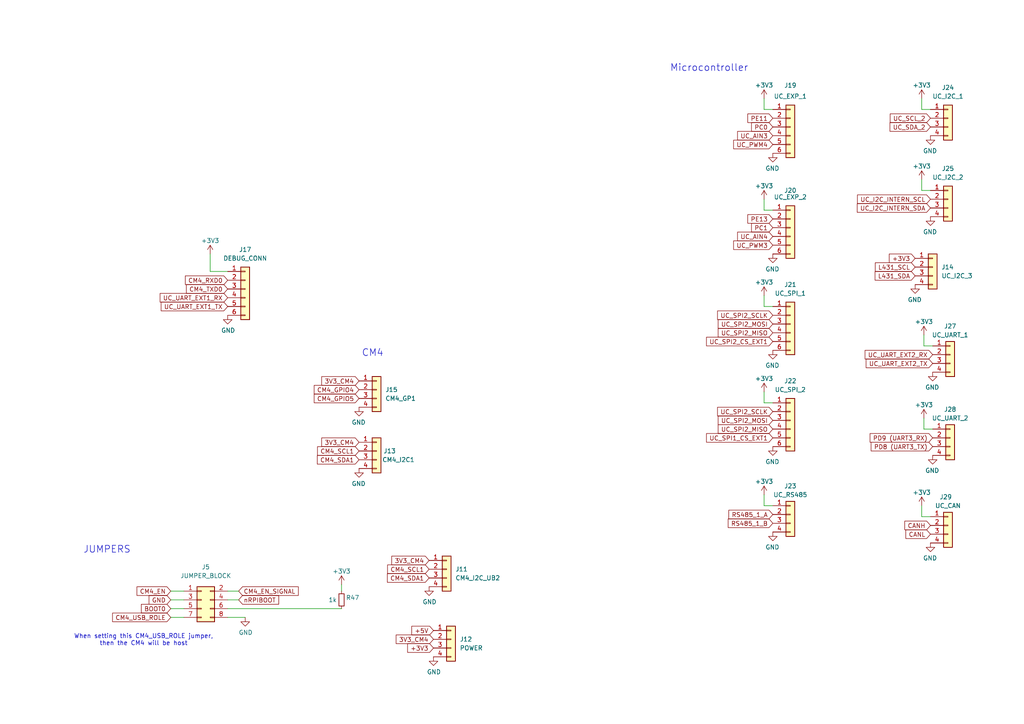
<source format=kicad_sch>
(kicad_sch
	(version 20231120)
	(generator "eeschema")
	(generator_version "8.0")
	(uuid "e27adcc3-f379-4ba5-aab2-0e3ae4f9af54")
	(paper "A4")
	(lib_symbols
		(symbol "Conn_01x04_1"
			(pin_names
				(offset 1.016) hide)
			(exclude_from_sim no)
			(in_bom yes)
			(on_board yes)
			(property "Reference" "J16"
				(at 0 8.255 0)
				(effects
					(font
						(size 1.27 1.27)
					)
				)
			)
			(property "Value" "UC_UART_2"
				(at 0 5.715 0)
				(effects
					(font
						(size 1.27 1.27)
					)
				)
			)
			(property "Footprint" "Connector_JST:JST_GH_BM04B-GHS-TBT_1x04-1MP_P1.25mm_Vertical"
				(at 0 0 0)
				(effects
					(font
						(size 1.27 1.27)
					)
					(hide yes)
				)
			)
			(property "Datasheet" "~"
				(at 0 0 0)
				(effects
					(font
						(size 1.27 1.27)
					)
					(hide yes)
				)
			)
			(property "Description" "Generic connector, single row, 01x04, script generated (kicad-library-utils/schlib/autogen/connector/)"
				(at 0 0 0)
				(effects
					(font
						(size 1.27 1.27)
					)
					(hide yes)
				)
			)
			(property "ki_keywords" "connector"
				(at 0 0 0)
				(effects
					(font
						(size 1.27 1.27)
					)
					(hide yes)
				)
			)
			(property "ki_fp_filters" "Connector*:*_1x??_*"
				(at 0 0 0)
				(effects
					(font
						(size 1.27 1.27)
					)
					(hide yes)
				)
			)
			(symbol "Conn_01x04_1_1_1"
				(rectangle
					(start -1.27 -4.953)
					(end 0 -5.207)
					(stroke
						(width 0.1524)
						(type default)
					)
					(fill
						(type none)
					)
				)
				(rectangle
					(start -1.27 -2.413)
					(end 0 -2.667)
					(stroke
						(width 0.1524)
						(type default)
					)
					(fill
						(type none)
					)
				)
				(rectangle
					(start -1.27 0.127)
					(end 0 -0.127)
					(stroke
						(width 0.1524)
						(type default)
					)
					(fill
						(type none)
					)
				)
				(rectangle
					(start -1.27 2.667)
					(end 0 2.413)
					(stroke
						(width 0.1524)
						(type default)
					)
					(fill
						(type none)
					)
				)
				(rectangle
					(start -1.27 3.81)
					(end 1.27 -6.35)
					(stroke
						(width 0.254)
						(type default)
					)
					(fill
						(type background)
					)
				)
				(pin passive line
					(at -5.08 2.54 0)
					(length 3.81)
					(name "Pin_1"
						(effects
							(font
								(size 1.27 1.27)
							)
						)
					)
					(number "1"
						(effects
							(font
								(size 1.27 1.27)
							)
						)
					)
				)
				(pin passive line
					(at -5.08 0 0)
					(length 3.81)
					(name "Pin_2"
						(effects
							(font
								(size 1.27 1.27)
							)
						)
					)
					(number "2"
						(effects
							(font
								(size 1.27 1.27)
							)
						)
					)
				)
				(pin passive line
					(at -5.08 -2.54 0)
					(length 3.81)
					(name "Pin_3"
						(effects
							(font
								(size 1.27 1.27)
							)
						)
					)
					(number "3"
						(effects
							(font
								(size 1.27 1.27)
							)
						)
					)
				)
				(pin passive line
					(at -5.08 -5.08 0)
					(length 3.81)
					(name "Pin_4"
						(effects
							(font
								(size 1.27 1.27)
							)
						)
					)
					(number "4"
						(effects
							(font
								(size 1.27 1.27)
							)
						)
					)
				)
			)
		)
		(symbol "Connector_Generic:Conn_01x04"
			(pin_names
				(offset 1.016) hide)
			(exclude_from_sim no)
			(in_bom yes)
			(on_board yes)
			(property "Reference" "J"
				(at 0 5.08 0)
				(effects
					(font
						(size 1.27 1.27)
					)
				)
			)
			(property "Value" "Conn_01x04"
				(at 0 -7.62 0)
				(effects
					(font
						(size 1.27 1.27)
					)
				)
			)
			(property "Footprint" ""
				(at 0 0 0)
				(effects
					(font
						(size 1.27 1.27)
					)
					(hide yes)
				)
			)
			(property "Datasheet" "~"
				(at 0 0 0)
				(effects
					(font
						(size 1.27 1.27)
					)
					(hide yes)
				)
			)
			(property "Description" "Generic connector, single row, 01x04, script generated (kicad-library-utils/schlib/autogen/connector/)"
				(at 0 0 0)
				(effects
					(font
						(size 1.27 1.27)
					)
					(hide yes)
				)
			)
			(property "ki_keywords" "connector"
				(at 0 0 0)
				(effects
					(font
						(size 1.27 1.27)
					)
					(hide yes)
				)
			)
			(property "ki_fp_filters" "Connector*:*_1x??_*"
				(at 0 0 0)
				(effects
					(font
						(size 1.27 1.27)
					)
					(hide yes)
				)
			)
			(symbol "Conn_01x04_1_1"
				(rectangle
					(start -1.27 -4.953)
					(end 0 -5.207)
					(stroke
						(width 0.1524)
						(type default)
					)
					(fill
						(type none)
					)
				)
				(rectangle
					(start -1.27 -2.413)
					(end 0 -2.667)
					(stroke
						(width 0.1524)
						(type default)
					)
					(fill
						(type none)
					)
				)
				(rectangle
					(start -1.27 0.127)
					(end 0 -0.127)
					(stroke
						(width 0.1524)
						(type default)
					)
					(fill
						(type none)
					)
				)
				(rectangle
					(start -1.27 2.667)
					(end 0 2.413)
					(stroke
						(width 0.1524)
						(type default)
					)
					(fill
						(type none)
					)
				)
				(rectangle
					(start -1.27 3.81)
					(end 1.27 -6.35)
					(stroke
						(width 0.254)
						(type default)
					)
					(fill
						(type background)
					)
				)
				(pin passive line
					(at -5.08 2.54 0)
					(length 3.81)
					(name "Pin_1"
						(effects
							(font
								(size 1.27 1.27)
							)
						)
					)
					(number "1"
						(effects
							(font
								(size 1.27 1.27)
							)
						)
					)
				)
				(pin passive line
					(at -5.08 0 0)
					(length 3.81)
					(name "Pin_2"
						(effects
							(font
								(size 1.27 1.27)
							)
						)
					)
					(number "2"
						(effects
							(font
								(size 1.27 1.27)
							)
						)
					)
				)
				(pin passive line
					(at -5.08 -2.54 0)
					(length 3.81)
					(name "Pin_3"
						(effects
							(font
								(size 1.27 1.27)
							)
						)
					)
					(number "3"
						(effects
							(font
								(size 1.27 1.27)
							)
						)
					)
				)
				(pin passive line
					(at -5.08 -5.08 0)
					(length 3.81)
					(name "Pin_4"
						(effects
							(font
								(size 1.27 1.27)
							)
						)
					)
					(number "4"
						(effects
							(font
								(size 1.27 1.27)
							)
						)
					)
				)
			)
		)
		(symbol "Connector_Generic:Conn_01x06"
			(pin_names
				(offset 1.016) hide)
			(exclude_from_sim no)
			(in_bom yes)
			(on_board yes)
			(property "Reference" "J"
				(at 0 7.62 0)
				(effects
					(font
						(size 1.27 1.27)
					)
				)
			)
			(property "Value" "Conn_01x06"
				(at 0 -10.16 0)
				(effects
					(font
						(size 1.27 1.27)
					)
				)
			)
			(property "Footprint" ""
				(at 0 0 0)
				(effects
					(font
						(size 1.27 1.27)
					)
					(hide yes)
				)
			)
			(property "Datasheet" "~"
				(at 0 0 0)
				(effects
					(font
						(size 1.27 1.27)
					)
					(hide yes)
				)
			)
			(property "Description" "Generic connector, single row, 01x06, script generated (kicad-library-utils/schlib/autogen/connector/)"
				(at 0 0 0)
				(effects
					(font
						(size 1.27 1.27)
					)
					(hide yes)
				)
			)
			(property "ki_keywords" "connector"
				(at 0 0 0)
				(effects
					(font
						(size 1.27 1.27)
					)
					(hide yes)
				)
			)
			(property "ki_fp_filters" "Connector*:*_1x??_*"
				(at 0 0 0)
				(effects
					(font
						(size 1.27 1.27)
					)
					(hide yes)
				)
			)
			(symbol "Conn_01x06_1_1"
				(rectangle
					(start -1.27 -7.493)
					(end 0 -7.747)
					(stroke
						(width 0.1524)
						(type default)
					)
					(fill
						(type none)
					)
				)
				(rectangle
					(start -1.27 -4.953)
					(end 0 -5.207)
					(stroke
						(width 0.1524)
						(type default)
					)
					(fill
						(type none)
					)
				)
				(rectangle
					(start -1.27 -2.413)
					(end 0 -2.667)
					(stroke
						(width 0.1524)
						(type default)
					)
					(fill
						(type none)
					)
				)
				(rectangle
					(start -1.27 0.127)
					(end 0 -0.127)
					(stroke
						(width 0.1524)
						(type default)
					)
					(fill
						(type none)
					)
				)
				(rectangle
					(start -1.27 2.667)
					(end 0 2.413)
					(stroke
						(width 0.1524)
						(type default)
					)
					(fill
						(type none)
					)
				)
				(rectangle
					(start -1.27 5.207)
					(end 0 4.953)
					(stroke
						(width 0.1524)
						(type default)
					)
					(fill
						(type none)
					)
				)
				(rectangle
					(start -1.27 6.35)
					(end 1.27 -8.89)
					(stroke
						(width 0.254)
						(type default)
					)
					(fill
						(type background)
					)
				)
				(pin passive line
					(at -5.08 5.08 0)
					(length 3.81)
					(name "Pin_1"
						(effects
							(font
								(size 1.27 1.27)
							)
						)
					)
					(number "1"
						(effects
							(font
								(size 1.27 1.27)
							)
						)
					)
				)
				(pin passive line
					(at -5.08 2.54 0)
					(length 3.81)
					(name "Pin_2"
						(effects
							(font
								(size 1.27 1.27)
							)
						)
					)
					(number "2"
						(effects
							(font
								(size 1.27 1.27)
							)
						)
					)
				)
				(pin passive line
					(at -5.08 0 0)
					(length 3.81)
					(name "Pin_3"
						(effects
							(font
								(size 1.27 1.27)
							)
						)
					)
					(number "3"
						(effects
							(font
								(size 1.27 1.27)
							)
						)
					)
				)
				(pin passive line
					(at -5.08 -2.54 0)
					(length 3.81)
					(name "Pin_4"
						(effects
							(font
								(size 1.27 1.27)
							)
						)
					)
					(number "4"
						(effects
							(font
								(size 1.27 1.27)
							)
						)
					)
				)
				(pin passive line
					(at -5.08 -5.08 0)
					(length 3.81)
					(name "Pin_5"
						(effects
							(font
								(size 1.27 1.27)
							)
						)
					)
					(number "5"
						(effects
							(font
								(size 1.27 1.27)
							)
						)
					)
				)
				(pin passive line
					(at -5.08 -7.62 0)
					(length 3.81)
					(name "Pin_6"
						(effects
							(font
								(size 1.27 1.27)
							)
						)
					)
					(number "6"
						(effects
							(font
								(size 1.27 1.27)
							)
						)
					)
				)
			)
		)
		(symbol "Connector_Generic:Conn_02x04_Odd_Even"
			(pin_names
				(offset 1.016) hide)
			(exclude_from_sim no)
			(in_bom yes)
			(on_board yes)
			(property "Reference" "J"
				(at 1.27 5.08 0)
				(effects
					(font
						(size 1.27 1.27)
					)
				)
			)
			(property "Value" "Conn_02x04_Odd_Even"
				(at 1.27 -7.62 0)
				(effects
					(font
						(size 1.27 1.27)
					)
				)
			)
			(property "Footprint" ""
				(at 0 0 0)
				(effects
					(font
						(size 1.27 1.27)
					)
					(hide yes)
				)
			)
			(property "Datasheet" "~"
				(at 0 0 0)
				(effects
					(font
						(size 1.27 1.27)
					)
					(hide yes)
				)
			)
			(property "Description" "Generic connector, double row, 02x04, odd/even pin numbering scheme (row 1 odd numbers, row 2 even numbers), script generated (kicad-library-utils/schlib/autogen/connector/)"
				(at 0 0 0)
				(effects
					(font
						(size 1.27 1.27)
					)
					(hide yes)
				)
			)
			(property "ki_keywords" "connector"
				(at 0 0 0)
				(effects
					(font
						(size 1.27 1.27)
					)
					(hide yes)
				)
			)
			(property "ki_fp_filters" "Connector*:*_2x??_*"
				(at 0 0 0)
				(effects
					(font
						(size 1.27 1.27)
					)
					(hide yes)
				)
			)
			(symbol "Conn_02x04_Odd_Even_1_1"
				(rectangle
					(start -1.27 -4.953)
					(end 0 -5.207)
					(stroke
						(width 0.1524)
						(type default)
					)
					(fill
						(type none)
					)
				)
				(rectangle
					(start -1.27 -2.413)
					(end 0 -2.667)
					(stroke
						(width 0.1524)
						(type default)
					)
					(fill
						(type none)
					)
				)
				(rectangle
					(start -1.27 0.127)
					(end 0 -0.127)
					(stroke
						(width 0.1524)
						(type default)
					)
					(fill
						(type none)
					)
				)
				(rectangle
					(start -1.27 2.667)
					(end 0 2.413)
					(stroke
						(width 0.1524)
						(type default)
					)
					(fill
						(type none)
					)
				)
				(rectangle
					(start -1.27 3.81)
					(end 3.81 -6.35)
					(stroke
						(width 0.254)
						(type default)
					)
					(fill
						(type background)
					)
				)
				(rectangle
					(start 3.81 -4.953)
					(end 2.54 -5.207)
					(stroke
						(width 0.1524)
						(type default)
					)
					(fill
						(type none)
					)
				)
				(rectangle
					(start 3.81 -2.413)
					(end 2.54 -2.667)
					(stroke
						(width 0.1524)
						(type default)
					)
					(fill
						(type none)
					)
				)
				(rectangle
					(start 3.81 0.127)
					(end 2.54 -0.127)
					(stroke
						(width 0.1524)
						(type default)
					)
					(fill
						(type none)
					)
				)
				(rectangle
					(start 3.81 2.667)
					(end 2.54 2.413)
					(stroke
						(width 0.1524)
						(type default)
					)
					(fill
						(type none)
					)
				)
				(pin passive line
					(at -5.08 2.54 0)
					(length 3.81)
					(name "Pin_1"
						(effects
							(font
								(size 1.27 1.27)
							)
						)
					)
					(number "1"
						(effects
							(font
								(size 1.27 1.27)
							)
						)
					)
				)
				(pin passive line
					(at 7.62 2.54 180)
					(length 3.81)
					(name "Pin_2"
						(effects
							(font
								(size 1.27 1.27)
							)
						)
					)
					(number "2"
						(effects
							(font
								(size 1.27 1.27)
							)
						)
					)
				)
				(pin passive line
					(at -5.08 0 0)
					(length 3.81)
					(name "Pin_3"
						(effects
							(font
								(size 1.27 1.27)
							)
						)
					)
					(number "3"
						(effects
							(font
								(size 1.27 1.27)
							)
						)
					)
				)
				(pin passive line
					(at 7.62 0 180)
					(length 3.81)
					(name "Pin_4"
						(effects
							(font
								(size 1.27 1.27)
							)
						)
					)
					(number "4"
						(effects
							(font
								(size 1.27 1.27)
							)
						)
					)
				)
				(pin passive line
					(at -5.08 -2.54 0)
					(length 3.81)
					(name "Pin_5"
						(effects
							(font
								(size 1.27 1.27)
							)
						)
					)
					(number "5"
						(effects
							(font
								(size 1.27 1.27)
							)
						)
					)
				)
				(pin passive line
					(at 7.62 -2.54 180)
					(length 3.81)
					(name "Pin_6"
						(effects
							(font
								(size 1.27 1.27)
							)
						)
					)
					(number "6"
						(effects
							(font
								(size 1.27 1.27)
							)
						)
					)
				)
				(pin passive line
					(at -5.08 -5.08 0)
					(length 3.81)
					(name "Pin_7"
						(effects
							(font
								(size 1.27 1.27)
							)
						)
					)
					(number "7"
						(effects
							(font
								(size 1.27 1.27)
							)
						)
					)
				)
				(pin passive line
					(at 7.62 -5.08 180)
					(length 3.81)
					(name "Pin_8"
						(effects
							(font
								(size 1.27 1.27)
							)
						)
					)
					(number "8"
						(effects
							(font
								(size 1.27 1.27)
							)
						)
					)
				)
			)
		)
		(symbol "Device:R_Small"
			(pin_numbers hide)
			(pin_names
				(offset 0.254) hide)
			(exclude_from_sim no)
			(in_bom yes)
			(on_board yes)
			(property "Reference" "R"
				(at 0.762 0.508 0)
				(effects
					(font
						(size 1.27 1.27)
					)
					(justify left)
				)
			)
			(property "Value" "R_Small"
				(at 0.762 -1.016 0)
				(effects
					(font
						(size 1.27 1.27)
					)
					(justify left)
				)
			)
			(property "Footprint" ""
				(at 0 0 0)
				(effects
					(font
						(size 1.27 1.27)
					)
					(hide yes)
				)
			)
			(property "Datasheet" "~"
				(at 0 0 0)
				(effects
					(font
						(size 1.27 1.27)
					)
					(hide yes)
				)
			)
			(property "Description" "Resistor, small symbol"
				(at 0 0 0)
				(effects
					(font
						(size 1.27 1.27)
					)
					(hide yes)
				)
			)
			(property "ki_keywords" "R resistor"
				(at 0 0 0)
				(effects
					(font
						(size 1.27 1.27)
					)
					(hide yes)
				)
			)
			(property "ki_fp_filters" "R_*"
				(at 0 0 0)
				(effects
					(font
						(size 1.27 1.27)
					)
					(hide yes)
				)
			)
			(symbol "R_Small_0_1"
				(rectangle
					(start -0.762 1.778)
					(end 0.762 -1.778)
					(stroke
						(width 0.2032)
						(type default)
					)
					(fill
						(type none)
					)
				)
			)
			(symbol "R_Small_1_1"
				(pin passive line
					(at 0 2.54 270)
					(length 0.762)
					(name "~"
						(effects
							(font
								(size 1.27 1.27)
							)
						)
					)
					(number "1"
						(effects
							(font
								(size 1.27 1.27)
							)
						)
					)
				)
				(pin passive line
					(at 0 -2.54 90)
					(length 0.762)
					(name "~"
						(effects
							(font
								(size 1.27 1.27)
							)
						)
					)
					(number "2"
						(effects
							(font
								(size 1.27 1.27)
							)
						)
					)
				)
			)
		)
		(symbol "power:+3V3"
			(power)
			(pin_names
				(offset 0)
			)
			(exclude_from_sim no)
			(in_bom yes)
			(on_board yes)
			(property "Reference" "#PWR"
				(at 0 -3.81 0)
				(effects
					(font
						(size 1.27 1.27)
					)
					(hide yes)
				)
			)
			(property "Value" "+3V3"
				(at 0 3.556 0)
				(effects
					(font
						(size 1.27 1.27)
					)
				)
			)
			(property "Footprint" ""
				(at 0 0 0)
				(effects
					(font
						(size 1.27 1.27)
					)
					(hide yes)
				)
			)
			(property "Datasheet" ""
				(at 0 0 0)
				(effects
					(font
						(size 1.27 1.27)
					)
					(hide yes)
				)
			)
			(property "Description" "Power flag"
				(at 0 0 0)
				(effects
					(font
						(size 1.27 1.27)
					)
					(hide yes)
				)
			)
			(property "ki_keywords" "power-flag"
				(at 0 0 0)
				(effects
					(font
						(size 1.27 1.27)
					)
					(hide yes)
				)
			)
			(symbol "+3V3_0_1"
				(polyline
					(pts
						(xy -0.762 1.27) (xy 0 2.54)
					)
					(stroke
						(width 0)
						(type default)
					)
					(fill
						(type none)
					)
				)
				(polyline
					(pts
						(xy 0 0) (xy 0 2.54)
					)
					(stroke
						(width 0)
						(type default)
					)
					(fill
						(type none)
					)
				)
				(polyline
					(pts
						(xy 0 2.54) (xy 0.762 1.27)
					)
					(stroke
						(width 0)
						(type default)
					)
					(fill
						(type none)
					)
				)
			)
			(symbol "+3V3_1_1"
				(pin power_in line
					(at 0 0 90)
					(length 0) hide
					(name "+3V3"
						(effects
							(font
								(size 1.27 1.27)
							)
						)
					)
					(number "1"
						(effects
							(font
								(size 1.27 1.27)
							)
						)
					)
				)
			)
		)
		(symbol "power:GND"
			(power)
			(pin_names
				(offset 0)
			)
			(exclude_from_sim no)
			(in_bom yes)
			(on_board yes)
			(property "Reference" "#PWR"
				(at 0 -6.35 0)
				(effects
					(font
						(size 1.27 1.27)
					)
					(hide yes)
				)
			)
			(property "Value" "GND"
				(at 0 -3.81 0)
				(effects
					(font
						(size 1.27 1.27)
					)
				)
			)
			(property "Footprint" ""
				(at 0 0 0)
				(effects
					(font
						(size 1.27 1.27)
					)
					(hide yes)
				)
			)
			(property "Datasheet" ""
				(at 0 0 0)
				(effects
					(font
						(size 1.27 1.27)
					)
					(hide yes)
				)
			)
			(property "Description" "Power flag, ground"
				(at 0 0 0)
				(effects
					(font
						(size 1.27 1.27)
					)
					(hide yes)
				)
			)
			(property "ki_keywords" "power-flag"
				(at 0 0 0)
				(effects
					(font
						(size 1.27 1.27)
					)
					(hide yes)
				)
			)
			(symbol "GND_0_1"
				(polyline
					(pts
						(xy 0 0) (xy 0 -1.27) (xy 1.27 -1.27) (xy 0 -2.54) (xy -1.27 -1.27) (xy 0 -1.27)
					)
					(stroke
						(width 0)
						(type default)
					)
					(fill
						(type none)
					)
				)
			)
			(symbol "GND_1_1"
				(pin power_in line
					(at 0 0 270)
					(length 0) hide
					(name "GND"
						(effects
							(font
								(size 1.27 1.27)
							)
						)
					)
					(number "1"
						(effects
							(font
								(size 1.27 1.27)
							)
						)
					)
				)
			)
		)
	)
	(wire
		(pts
			(xy 267.97 97.155) (xy 267.97 100.33)
		)
		(stroke
			(width 0)
			(type default)
		)
		(uuid "00bca91c-6b1a-483b-bd69-12e0d2f45d9e")
	)
	(wire
		(pts
			(xy 221.615 57.785) (xy 221.615 60.96)
		)
		(stroke
			(width 0)
			(type default)
		)
		(uuid "1074f436-2e44-4ad3-9ca7-68d2c85404da")
	)
	(wire
		(pts
			(xy 267.335 55.245) (xy 269.875 55.245)
		)
		(stroke
			(width 0)
			(type default)
		)
		(uuid "14b61856-dff1-47d6-b916-feed11915692")
	)
	(wire
		(pts
			(xy 267.335 31.75) (xy 269.875 31.75)
		)
		(stroke
			(width 0)
			(type default)
		)
		(uuid "187e23d6-f43b-4c3e-a4c3-5da3154ef29d")
	)
	(wire
		(pts
			(xy 221.615 60.96) (xy 224.155 60.96)
		)
		(stroke
			(width 0)
			(type default)
		)
		(uuid "1a11bc6b-9d90-4ed0-b774-a92cb3940edd")
	)
	(wire
		(pts
			(xy 221.615 116.84) (xy 224.155 116.84)
		)
		(stroke
			(width 0)
			(type default)
		)
		(uuid "1b54de0c-2ab9-4670-9590-0bcb7c26834a")
	)
	(wire
		(pts
			(xy 221.615 113.665) (xy 221.615 116.84)
		)
		(stroke
			(width 0)
			(type default)
		)
		(uuid "1cbcad14-a804-4a07-9707-0d6b9b306184")
	)
	(wire
		(pts
			(xy 221.615 85.725) (xy 221.615 88.9)
		)
		(stroke
			(width 0)
			(type default)
		)
		(uuid "1dfb35a0-143c-4ba4-a227-2ec72d0dfe17")
	)
	(wire
		(pts
			(xy 221.615 143.51) (xy 221.615 146.685)
		)
		(stroke
			(width 0)
			(type default)
		)
		(uuid "2409196a-a3e0-4c16-96a9-75bb077db02e")
	)
	(wire
		(pts
			(xy 66.04 179.07) (xy 71.12 179.07)
		)
		(stroke
			(width 0)
			(type default)
		)
		(uuid "32c14d99-7d68-4ea4-921d-1a7608b55623")
	)
	(wire
		(pts
			(xy 66.04 171.45) (xy 69.215 171.45)
		)
		(stroke
			(width 0)
			(type default)
		)
		(uuid "3906e3b3-8dee-4622-a489-03f53201b5fa")
	)
	(wire
		(pts
			(xy 267.335 28.575) (xy 267.335 31.75)
		)
		(stroke
			(width 0)
			(type default)
		)
		(uuid "429dc162-b2ee-482d-8342-a8274c6f9002")
	)
	(wire
		(pts
			(xy 49.53 173.99) (xy 53.34 173.99)
		)
		(stroke
			(width 0)
			(type default)
		)
		(uuid "55a589a3-99f1-4a0a-a4cc-cb5b8109b619")
	)
	(wire
		(pts
			(xy 49.53 176.53) (xy 53.34 176.53)
		)
		(stroke
			(width 0)
			(type default)
		)
		(uuid "5c038fe8-f13b-43e7-8e48-d03d295a463f")
	)
	(wire
		(pts
			(xy 267.97 124.46) (xy 270.51 124.46)
		)
		(stroke
			(width 0)
			(type default)
		)
		(uuid "5d8fb8bf-46a0-4c67-a8f1-7e6adb221b29")
	)
	(wire
		(pts
			(xy 221.615 146.685) (xy 224.155 146.685)
		)
		(stroke
			(width 0)
			(type default)
		)
		(uuid "601d3e5d-3b06-419a-b9d3-3959ab6390de")
	)
	(wire
		(pts
			(xy 221.615 31.75) (xy 224.155 31.75)
		)
		(stroke
			(width 0)
			(type default)
		)
		(uuid "8520ec98-8c03-46d7-9acc-05ca7816d04b")
	)
	(wire
		(pts
			(xy 221.615 88.9) (xy 224.155 88.9)
		)
		(stroke
			(width 0)
			(type default)
		)
		(uuid "8933bfe1-80f0-4882-8665-645eccdb5f67")
	)
	(wire
		(pts
			(xy 267.335 52.07) (xy 267.335 55.245)
		)
		(stroke
			(width 0)
			(type default)
		)
		(uuid "8b3dc083-fb36-4eb3-a4aa-b3449f9f77b6")
	)
	(wire
		(pts
			(xy 60.96 78.74) (xy 66.04 78.74)
		)
		(stroke
			(width 0)
			(type default)
		)
		(uuid "912becb3-d3e6-4607-bfc6-6c9bef7b681d")
	)
	(wire
		(pts
			(xy 49.53 171.45) (xy 53.34 171.45)
		)
		(stroke
			(width 0)
			(type default)
		)
		(uuid "a94d2e84-a32a-4a73-b43d-773244385cc2")
	)
	(wire
		(pts
			(xy 66.04 176.53) (xy 99.06 176.53)
		)
		(stroke
			(width 0)
			(type default)
		)
		(uuid "b0d3edea-482c-461a-81fe-9e801ec27a0c")
	)
	(wire
		(pts
			(xy 69.215 173.99) (xy 66.04 173.99)
		)
		(stroke
			(width 0)
			(type default)
		)
		(uuid "b2a2ced8-c9b6-480f-b445-f70fb6c4056d")
	)
	(wire
		(pts
			(xy 267.97 121.285) (xy 267.97 124.46)
		)
		(stroke
			(width 0)
			(type default)
		)
		(uuid "b5d807c9-a5f6-47b7-b9bc-d1a7d0613db8")
	)
	(wire
		(pts
			(xy 99.06 171.45) (xy 99.06 169.545)
		)
		(stroke
			(width 0)
			(type default)
		)
		(uuid "c635144c-19d8-43fa-b145-058ea1e56a51")
	)
	(wire
		(pts
			(xy 267.335 149.86) (xy 269.875 149.86)
		)
		(stroke
			(width 0)
			(type default)
		)
		(uuid "cb3aadbb-6f24-4d2b-b7d3-6e62e42e7235")
	)
	(wire
		(pts
			(xy 221.615 28.575) (xy 221.615 31.75)
		)
		(stroke
			(width 0)
			(type default)
		)
		(uuid "e0aaeba8-fffd-4489-972f-33e51c7c31ac")
	)
	(wire
		(pts
			(xy 267.335 146.685) (xy 267.335 149.86)
		)
		(stroke
			(width 0)
			(type default)
		)
		(uuid "e585b328-0c21-4a9b-9d03-43bced2fe4ab")
	)
	(wire
		(pts
			(xy 60.96 73.66) (xy 60.96 78.74)
		)
		(stroke
			(width 0)
			(type default)
		)
		(uuid "eea619d0-8ac3-4a9c-bac7-11b67385437f")
	)
	(wire
		(pts
			(xy 267.97 100.33) (xy 270.51 100.33)
		)
		(stroke
			(width 0)
			(type default)
		)
		(uuid "f2dd8111-bf56-49ae-95f9-6c7ce764cbcc")
	)
	(wire
		(pts
			(xy 49.53 179.07) (xy 53.34 179.07)
		)
		(stroke
			(width 0)
			(type default)
		)
		(uuid "f8c08fe4-d3f7-4c92-b1f9-50072a4cc2ef")
	)
	(text "When setting this CM4_USB_ROLE jumper,\nthen the CM4 will be host"
		(exclude_from_sim no)
		(at 41.656 185.674 0)
		(effects
			(font
				(size 1.27 1.27)
			)
		)
		(uuid "222b2519-77cf-4606-9c66-6fe721614a45")
	)
	(text "JUMPERS"
		(exclude_from_sim no)
		(at 24.13 160.655 0)
		(effects
			(font
				(size 2 2)
			)
			(justify left bottom)
		)
		(uuid "2411b12a-8487-4795-93ff-aaf71a0af230")
	)
	(text "CM4"
		(exclude_from_sim no)
		(at 104.902 103.632 0)
		(effects
			(font
				(size 2 2)
			)
			(justify left bottom)
		)
		(uuid "51a06fe2-fd65-411a-92ba-09ecbf7c50d3")
	)
	(text "Microcontroller"
		(exclude_from_sim no)
		(at 194.31 20.955 0)
		(effects
			(font
				(size 2 2)
			)
			(justify left bottom)
		)
		(uuid "ed71803b-7a81-4283-b1ad-3d2cc20ca70e")
	)
	(global_label "CM4_SDA1"
		(shape input)
		(at 124.46 167.64 180)
		(fields_autoplaced yes)
		(effects
			(font
				(size 1.27 1.27)
			)
			(justify right)
		)
		(uuid "0012cb5e-eb8b-427f-b60d-dc80b246b487")
		(property "Intersheetrefs" "${INTERSHEET_REFS}"
			(at 112.3707 167.7194 0)
			(effects
				(font
					(size 1.27 1.27)
				)
				(justify right)
				(hide yes)
			)
		)
	)
	(global_label "GND"
		(shape input)
		(at 49.53 173.99 180)
		(effects
			(font
				(size 1.27 1.27)
			)
			(justify right)
		)
		(uuid "02b49873-789a-4892-a563-8f5da3865b99")
		(property "Intersheetrefs" "${INTERSHEET_REFS}"
			(at 36.34 173.9106 0)
			(effects
				(font
					(size 1.27 1.27)
				)
				(justify right)
				(hide yes)
			)
		)
	)
	(global_label "3V3_CM4"
		(shape input)
		(at 125.73 185.42 180)
		(fields_autoplaced yes)
		(effects
			(font
				(size 1.27 1.27)
			)
			(justify right)
		)
		(uuid "044176c1-20c3-45c1-bba5-4183a304919a")
		(property "Intersheetrefs" "${INTERSHEET_REFS}"
			(at 114.9107 185.3406 0)
			(effects
				(font
					(size 1.27 1.27)
				)
				(justify right)
				(hide yes)
			)
		)
	)
	(global_label "CM4_TXD0"
		(shape input)
		(at 66.04 83.82 180)
		(fields_autoplaced yes)
		(effects
			(font
				(size 1.27 1.27)
			)
			(justify right)
		)
		(uuid "0afc794b-8fc2-42f4-91b8-ff39202eb6f1")
		(property "Intersheetrefs" "${INTERSHEET_REFS}"
			(at 53.4997 83.82 0)
			(effects
				(font
					(size 1.27 1.27)
				)
				(justify right)
				(hide yes)
			)
		)
	)
	(global_label "+3V3"
		(shape input)
		(at 265.43 74.93 180)
		(effects
			(font
				(size 1.27 1.27)
			)
			(justify right)
		)
		(uuid "0d1e4c0d-52df-43c7-8d8c-37f3a7528a93")
		(property "Intersheetrefs" "${INTERSHEET_REFS}"
			(at 250.8491 75.0094 0)
			(effects
				(font
					(size 1.27 1.27)
				)
				(justify right)
				(hide yes)
			)
		)
	)
	(global_label "PE13"
		(shape input)
		(at 224.155 63.5 180)
		(effects
			(font
				(size 1.27 1.27)
			)
			(justify right)
		)
		(uuid "100af0b7-7f8a-408b-a389-3cdc51edeb8a")
		(property "Intersheetrefs" "${INTERSHEET_REFS}"
			(at 212.4165 63.4206 0)
			(effects
				(font
					(size 1.27 1.27)
				)
				(justify right)
				(hide yes)
			)
		)
	)
	(global_label "3V3_CM4"
		(shape input)
		(at 104.14 110.49 180)
		(fields_autoplaced yes)
		(effects
			(font
				(size 1.27 1.27)
			)
			(justify right)
		)
		(uuid "16629052-735a-42e9-9c09-0b70ab1f9eb7")
		(property "Intersheetrefs" "${INTERSHEET_REFS}"
			(at 93.3207 110.4106 0)
			(effects
				(font
					(size 1.27 1.27)
				)
				(justify right)
				(hide yes)
			)
		)
	)
	(global_label "+3V3"
		(shape input)
		(at 125.73 187.96 180)
		(fields_autoplaced yes)
		(effects
			(font
				(size 1.27 1.27)
			)
			(justify right)
		)
		(uuid "243b6fb7-fa1a-40b8-a796-a771773f7285")
		(property "Intersheetrefs" "${INTERSHEET_REFS}"
			(at 117.6648 187.96 0)
			(effects
				(font
					(size 1.27 1.27)
				)
				(justify right)
				(hide yes)
			)
		)
	)
	(global_label "UC_PWM3"
		(shape input)
		(at 224.155 71.12 180)
		(fields_autoplaced yes)
		(effects
			(font
				(size 1.27 1.27)
			)
			(justify right)
		)
		(uuid "338f7e56-4212-4263-9e11-2fd4aed2a4ef")
		(property "Intersheetrefs" "${INTERSHEET_REFS}"
			(at 212.7914 71.1994 0)
			(effects
				(font
					(size 1.27 1.27)
				)
				(justify right)
				(hide yes)
			)
		)
	)
	(global_label "UC_SPI2_CS_EXT1"
		(shape input)
		(at 224.155 99.06 180)
		(effects
			(font
				(size 1.27 1.27)
			)
			(justify right)
		)
		(uuid "33ca7672-292a-48dc-a971-5e50ed37d1c9")
		(property "Intersheetrefs" "${INTERSHEET_REFS}"
			(at 209.5741 99.1394 0)
			(effects
				(font
					(size 1.27 1.27)
				)
				(justify right)
				(hide yes)
			)
		)
	)
	(global_label "UC_I2C_INTERN_SDA"
		(shape input)
		(at 269.875 60.325 180)
		(effects
			(font
				(size 1.27 1.27)
			)
			(justify right)
		)
		(uuid "36575a6f-e417-4510-8318-c03956244c63")
		(property "Intersheetrefs" "${INTERSHEET_REFS}"
			(at 255.2941 60.4044 0)
			(effects
				(font
					(size 1.27 1.27)
				)
				(justify right)
				(hide yes)
			)
		)
	)
	(global_label "PE11"
		(shape input)
		(at 224.155 34.29 180)
		(effects
			(font
				(size 1.27 1.27)
			)
			(justify right)
		)
		(uuid "394ab23f-6ecf-415e-8324-e82f623b5510")
		(property "Intersheetrefs" "${INTERSHEET_REFS}"
			(at 212.4165 34.2106 0)
			(effects
				(font
					(size 1.27 1.27)
				)
				(justify right)
				(hide yes)
			)
		)
	)
	(global_label "CM4_GPIO4"
		(shape input)
		(at 104.14 113.03 180)
		(fields_autoplaced yes)
		(effects
			(font
				(size 1.27 1.27)
			)
			(justify right)
		)
		(uuid "3a7aa5b8-adfa-43ea-87da-1954d8b76822")
		(property "Intersheetrefs" "${INTERSHEET_REFS}"
			(at 90.5715 113.03 0)
			(effects
				(font
					(size 1.27 1.27)
				)
				(justify right)
				(hide yes)
			)
		)
	)
	(global_label "UC_UART_EXT2_RX"
		(shape input)
		(at 270.51 102.87 180)
		(effects
			(font
				(size 1.27 1.27)
			)
			(justify right)
		)
		(uuid "3aaba2db-4b55-415c-843f-93d9ec95c53d")
		(property "Intersheetrefs" "${INTERSHEET_REFS}"
			(at 258.7715 102.7906 0)
			(effects
				(font
					(size 1.27 1.27)
				)
				(justify right)
				(hide yes)
			)
		)
	)
	(global_label "UC_UART_EXT2_TX"
		(shape input)
		(at 270.51 105.41 180)
		(effects
			(font
				(size 1.27 1.27)
			)
			(justify right)
		)
		(uuid "495f6ab6-253d-4bed-8702-bb976de17019")
		(property "Intersheetrefs" "${INTERSHEET_REFS}"
			(at 258.7715 105.3306 0)
			(effects
				(font
					(size 1.27 1.27)
				)
				(justify right)
				(hide yes)
			)
		)
	)
	(global_label "L431_SDA"
		(shape input)
		(at 265.43 80.01 180)
		(fields_autoplaced yes)
		(effects
			(font
				(size 1.27 1.27)
			)
			(justify right)
		)
		(uuid "4a75fff8-4374-4b6a-bbea-c59537bf3c8e")
		(property "Intersheetrefs" "${INTERSHEET_REFS}"
			(at 253.2525 80.01 0)
			(effects
				(font
					(size 1.27 1.27)
				)
				(justify right)
				(hide yes)
			)
		)
	)
	(global_label "CM4_USB_ROLE"
		(shape input)
		(at 49.53 179.07 180)
		(effects
			(font
				(size 1.27 1.27)
			)
			(justify right)
		)
		(uuid "4b4dfd06-597b-4188-a067-5da0e92a9dd8")
		(property "Intersheetrefs" "${INTERSHEET_REFS}"
			(at 34.4048 178.9906 0)
			(effects
				(font
					(size 1.27 1.27)
				)
				(justify right)
				(hide yes)
			)
		)
	)
	(global_label "UC_SPI2_MISO"
		(shape input)
		(at 224.155 124.46 180)
		(effects
			(font
				(size 1.27 1.27)
			)
			(justify right)
		)
		(uuid "50dc1627-5b2c-4871-9b31-b7ef213a57de")
		(property "Intersheetrefs" "${INTERSHEET_REFS}"
			(at 209.5741 124.5394 0)
			(effects
				(font
					(size 1.27 1.27)
				)
				(justify right)
				(hide yes)
			)
		)
	)
	(global_label "PD8 (UART3_TX)"
		(shape input)
		(at 270.51 129.54 180)
		(effects
			(font
				(size 1.27 1.27)
			)
			(justify right)
		)
		(uuid "54d65294-70a9-4469-bdb6-972cdb058a44")
		(property "Intersheetrefs" "${INTERSHEET_REFS}"
			(at 258.7715 129.6194 0)
			(effects
				(font
					(size 1.27 1.27)
				)
				(justify right)
				(hide yes)
			)
		)
	)
	(global_label "UC_SPI2_MOSI"
		(shape input)
		(at 224.155 93.98 180)
		(effects
			(font
				(size 1.27 1.27)
			)
			(justify right)
		)
		(uuid "581fdaec-2638-4c40-8685-0b46244a1311")
		(property "Intersheetrefs" "${INTERSHEET_REFS}"
			(at 209.5741 94.0594 0)
			(effects
				(font
					(size 1.27 1.27)
				)
				(justify right)
				(hide yes)
			)
		)
	)
	(global_label "CANL"
		(shape input)
		(at 269.875 154.94 180)
		(effects
			(font
				(size 1.27 1.27)
			)
			(justify right)
		)
		(uuid "58b6f1d9-bc58-47e3-bbb7-47180228720e")
		(property "Intersheetrefs" "${INTERSHEET_REFS}"
			(at 258.1365 154.8606 0)
			(effects
				(font
					(size 1.27 1.27)
				)
				(justify right)
				(hide yes)
			)
		)
	)
	(global_label "UC_SPI2_SCLK"
		(shape input)
		(at 224.155 91.44 180)
		(effects
			(font
				(size 1.27 1.27)
			)
			(justify right)
		)
		(uuid "5d270f00-4230-40be-b076-81c635946c8b")
		(property "Intersheetrefs" "${INTERSHEET_REFS}"
			(at 209.5741 91.5194 0)
			(effects
				(font
					(size 1.27 1.27)
				)
				(justify right)
				(hide yes)
			)
		)
	)
	(global_label "nRPIBOOT"
		(shape input)
		(at 69.215 173.99 0)
		(effects
			(font
				(size 1.27 1.27)
			)
			(justify left)
		)
		(uuid "5fa965f0-b357-4154-8f4a-8b7c2c8e17fc")
		(property "Intersheetrefs" "${INTERSHEET_REFS}"
			(at 82.3445 173.9106 0)
			(effects
				(font
					(size 1.27 1.27)
				)
				(justify left)
				(hide yes)
			)
		)
	)
	(global_label "CM4_GPIO5"
		(shape input)
		(at 104.14 115.57 180)
		(fields_autoplaced yes)
		(effects
			(font
				(size 1.27 1.27)
			)
			(justify right)
		)
		(uuid "61b066f7-53b8-485b-bd1e-c232c2b9550a")
		(property "Intersheetrefs" "${INTERSHEET_REFS}"
			(at 90.5715 115.57 0)
			(effects
				(font
					(size 1.27 1.27)
				)
				(justify right)
				(hide yes)
			)
		)
	)
	(global_label "PD9 (UART3_RX)"
		(shape input)
		(at 270.51 127 180)
		(effects
			(font
				(size 1.27 1.27)
			)
			(justify right)
		)
		(uuid "656bfa5b-04dd-448c-bb8e-9258817c5d94")
		(property "Intersheetrefs" "${INTERSHEET_REFS}"
			(at 258.7715 127.0794 0)
			(effects
				(font
					(size 1.27 1.27)
				)
				(justify right)
				(hide yes)
			)
		)
	)
	(global_label "CM4_RXD0"
		(shape input)
		(at 66.04 81.28 180)
		(fields_autoplaced yes)
		(effects
			(font
				(size 1.27 1.27)
			)
			(justify right)
		)
		(uuid "65e96ec2-d494-4645-8e64-54c86fdeb778")
		(property "Intersheetrefs" "${INTERSHEET_REFS}"
			(at 53.7693 81.2006 0)
			(effects
				(font
					(size 1.27 1.27)
				)
				(justify right)
				(hide yes)
			)
		)
	)
	(global_label "UC_AIN3"
		(shape input)
		(at 224.155 39.37 180)
		(fields_autoplaced yes)
		(effects
			(font
				(size 1.27 1.27)
			)
			(justify right)
		)
		(uuid "6edcd449-46d7-4bbc-9d4b-216c917b57b1")
		(property "Intersheetrefs" "${INTERSHEET_REFS}"
			(at 213.9405 39.2906 0)
			(effects
				(font
					(size 1.27 1.27)
				)
				(justify right)
				(hide yes)
			)
		)
	)
	(global_label "CM4_SDA1"
		(shape input)
		(at 104.14 133.35 180)
		(fields_autoplaced yes)
		(effects
			(font
				(size 1.27 1.27)
			)
			(justify right)
		)
		(uuid "6f7c7dd5-9c91-4473-a214-3a8150574783")
		(property "Intersheetrefs" "${INTERSHEET_REFS}"
			(at 92.0507 133.4294 0)
			(effects
				(font
					(size 1.27 1.27)
				)
				(justify right)
				(hide yes)
			)
		)
	)
	(global_label "UC_I2C_INTERN_SCL"
		(shape input)
		(at 269.875 57.785 180)
		(effects
			(font
				(size 1.27 1.27)
			)
			(justify right)
		)
		(uuid "7170ac7d-456a-41df-ba26-31b080655f06")
		(property "Intersheetrefs" "${INTERSHEET_REFS}"
			(at 255.2941 57.8644 0)
			(effects
				(font
					(size 1.27 1.27)
				)
				(justify right)
				(hide yes)
			)
		)
	)
	(global_label "PC1"
		(shape input)
		(at 224.155 66.04 180)
		(fields_autoplaced yes)
		(effects
			(font
				(size 1.27 1.27)
			)
			(justify right)
		)
		(uuid "767883bd-cebf-4691-b403-4544aabeaf9c")
		(property "Intersheetrefs" "${INTERSHEET_REFS}"
			(at 217.9924 65.9606 0)
			(effects
				(font
					(size 1.27 1.27)
				)
				(justify right)
				(hide yes)
			)
		)
	)
	(global_label "L431_SCL"
		(shape input)
		(at 265.43 77.47 180)
		(fields_autoplaced yes)
		(effects
			(font
				(size 1.27 1.27)
			)
			(justify right)
		)
		(uuid "85ecdb0d-8936-4f0e-8f94-9378ae9fc6b1")
		(property "Intersheetrefs" "${INTERSHEET_REFS}"
			(at 253.313 77.47 0)
			(effects
				(font
					(size 1.27 1.27)
				)
				(justify right)
				(hide yes)
			)
		)
	)
	(global_label "UC_SPI1_CS_EXT1"
		(shape input)
		(at 224.155 127 180)
		(effects
			(font
				(size 1.27 1.27)
			)
			(justify right)
		)
		(uuid "94b731d1-80a7-4f0b-a35e-474649176351")
		(property "Intersheetrefs" "${INTERSHEET_REFS}"
			(at 209.5741 127.0794 0)
			(effects
				(font
					(size 1.27 1.27)
				)
				(justify right)
				(hide yes)
			)
		)
	)
	(global_label "CM4_EN_SIGNAL"
		(shape input)
		(at 69.215 171.45 0)
		(effects
			(font
				(size 1.27 1.27)
			)
			(justify left)
		)
		(uuid "9ac76404-c04c-42e8-9089-cc126f38397a")
		(property "Intersheetrefs" "${INTERSHEET_REFS}"
			(at 82.405 171.5294 0)
			(effects
				(font
					(size 1.27 1.27)
				)
				(justify left)
				(hide yes)
			)
		)
	)
	(global_label "UC_SPI2_MISO"
		(shape input)
		(at 224.155 96.52 180)
		(effects
			(font
				(size 1.27 1.27)
			)
			(justify right)
		)
		(uuid "9bd8cbf0-e4ff-4195-aa36-0f4a5e1abe9a")
		(property "Intersheetrefs" "${INTERSHEET_REFS}"
			(at 209.5741 96.5994 0)
			(effects
				(font
					(size 1.27 1.27)
				)
				(justify right)
				(hide yes)
			)
		)
	)
	(global_label "CANH"
		(shape input)
		(at 269.875 152.4 180)
		(effects
			(font
				(size 1.27 1.27)
			)
			(justify right)
		)
		(uuid "a01d6da2-8435-403b-b3a0-1373f7f4b63a")
		(property "Intersheetrefs" "${INTERSHEET_REFS}"
			(at 258.1365 152.3206 0)
			(effects
				(font
					(size 1.27 1.27)
				)
				(justify right)
				(hide yes)
			)
		)
	)
	(global_label "UC_SPI2_MOSI"
		(shape input)
		(at 224.155 121.92 180)
		(effects
			(font
				(size 1.27 1.27)
			)
			(justify right)
		)
		(uuid "a3b96ce8-687e-4b06-b0fd-ef5fbf103c3f")
		(property "Intersheetrefs" "${INTERSHEET_REFS}"
			(at 209.5741 121.9994 0)
			(effects
				(font
					(size 1.27 1.27)
				)
				(justify right)
				(hide yes)
			)
		)
	)
	(global_label "CM4_SCL1"
		(shape input)
		(at 104.14 130.81 180)
		(fields_autoplaced yes)
		(effects
			(font
				(size 1.27 1.27)
			)
			(justify right)
		)
		(uuid "a57855b3-4c0d-46d2-9eab-5907822836de")
		(property "Intersheetrefs" "${INTERSHEET_REFS}"
			(at 92.1112 130.8894 0)
			(effects
				(font
					(size 1.27 1.27)
				)
				(justify right)
				(hide yes)
			)
		)
	)
	(global_label "3V3_CM4"
		(shape input)
		(at 104.14 128.27 180)
		(fields_autoplaced yes)
		(effects
			(font
				(size 1.27 1.27)
			)
			(justify right)
		)
		(uuid "a7b56165-e45f-4aa3-809a-a07d14ddde68")
		(property "Intersheetrefs" "${INTERSHEET_REFS}"
			(at 93.3207 128.1906 0)
			(effects
				(font
					(size 1.27 1.27)
				)
				(justify right)
				(hide yes)
			)
		)
	)
	(global_label "PC0"
		(shape input)
		(at 224.155 36.83 180)
		(fields_autoplaced yes)
		(effects
			(font
				(size 1.27 1.27)
			)
			(justify right)
		)
		(uuid "a8b4d8fb-c734-4205-9c88-e5282b66d490")
		(property "Intersheetrefs" "${INTERSHEET_REFS}"
			(at 217.9924 36.7506 0)
			(effects
				(font
					(size 1.27 1.27)
				)
				(justify right)
				(hide yes)
			)
		)
	)
	(global_label "UC_SDA_2"
		(shape input)
		(at 269.875 36.83 180)
		(fields_autoplaced yes)
		(effects
			(font
				(size 1.27 1.27)
			)
			(justify right)
		)
		(uuid "a95cd719-888f-4650-9e34-fb2beab9bcbe")
		(property "Intersheetrefs" "${INTERSHEET_REFS}"
			(at 258.1486 36.7506 0)
			(effects
				(font
					(size 1.27 1.27)
				)
				(justify right)
				(hide yes)
			)
		)
	)
	(global_label "BOOT0"
		(shape input)
		(at 49.53 176.53 180)
		(fields_autoplaced yes)
		(effects
			(font
				(size 1.27 1.27)
			)
			(justify right)
		)
		(uuid "ad83fc22-9864-40d5-b698-360cdb13c92b")
		(property "Intersheetrefs" "${INTERSHEET_REFS}"
			(at 40.8183 176.4506 0)
			(effects
				(font
					(size 1.27 1.27)
				)
				(justify right)
				(hide yes)
			)
		)
	)
	(global_label "+5V"
		(shape input)
		(at 125.73 182.88 180)
		(fields_autoplaced yes)
		(effects
			(font
				(size 1.27 1.27)
			)
			(justify right)
		)
		(uuid "b20d95de-39d6-4d2e-ae6a-c76260252e56")
		(property "Intersheetrefs" "${INTERSHEET_REFS}"
			(at 118.8743 182.88 0)
			(effects
				(font
					(size 1.27 1.27)
				)
				(justify right)
				(hide yes)
			)
		)
	)
	(global_label "UC_AIN4"
		(shape input)
		(at 224.155 68.58 180)
		(fields_autoplaced yes)
		(effects
			(font
				(size 1.27 1.27)
			)
			(justify right)
		)
		(uuid "ba3585ef-62a6-41a3-8b46-de0ff012d99d")
		(property "Intersheetrefs" "${INTERSHEET_REFS}"
			(at 213.9405 68.5006 0)
			(effects
				(font
					(size 1.27 1.27)
				)
				(justify right)
				(hide yes)
			)
		)
	)
	(global_label "RS485_1_A"
		(shape input)
		(at 224.155 149.225 180)
		(fields_autoplaced yes)
		(effects
			(font
				(size 1.27 1.27)
			)
			(justify right)
		)
		(uuid "ca4f6027-8ce0-4781-803f-c4c381c9e1a9")
		(property "Intersheetrefs" "${INTERSHEET_REFS}"
			(at 211.4005 149.1456 0)
			(effects
				(font
					(size 1.27 1.27)
				)
				(justify right)
				(hide yes)
			)
		)
	)
	(global_label "RS485_1_B"
		(shape input)
		(at 224.155 151.765 180)
		(fields_autoplaced yes)
		(effects
			(font
				(size 1.27 1.27)
			)
			(justify right)
		)
		(uuid "cc1ddde4-a244-4708-ac8d-8076a3b42a96")
		(property "Intersheetrefs" "${INTERSHEET_REFS}"
			(at 211.219 151.6856 0)
			(effects
				(font
					(size 1.27 1.27)
				)
				(justify right)
				(hide yes)
			)
		)
	)
	(global_label "UC_PWM4"
		(shape input)
		(at 224.155 41.91 180)
		(fields_autoplaced yes)
		(effects
			(font
				(size 1.27 1.27)
			)
			(justify right)
		)
		(uuid "d9457257-e46f-4143-ade7-504919ed7381")
		(property "Intersheetrefs" "${INTERSHEET_REFS}"
			(at 212.7914 41.9894 0)
			(effects
				(font
					(size 1.27 1.27)
				)
				(justify right)
				(hide yes)
			)
		)
	)
	(global_label "UC_SPI2_SCLK"
		(shape input)
		(at 224.155 119.38 180)
		(effects
			(font
				(size 1.27 1.27)
			)
			(justify right)
		)
		(uuid "db113e3d-2f9e-494d-b1ad-be70ea0dacfe")
		(property "Intersheetrefs" "${INTERSHEET_REFS}"
			(at 209.5741 119.4594 0)
			(effects
				(font
					(size 1.27 1.27)
				)
				(justify right)
				(hide yes)
			)
		)
	)
	(global_label "3V3_CM4"
		(shape input)
		(at 124.46 162.56 180)
		(fields_autoplaced yes)
		(effects
			(font
				(size 1.27 1.27)
			)
			(justify right)
		)
		(uuid "e013b8ff-bdf7-4419-84e0-daab0175e255")
		(property "Intersheetrefs" "${INTERSHEET_REFS}"
			(at 113.6407 162.4806 0)
			(effects
				(font
					(size 1.27 1.27)
				)
				(justify right)
				(hide yes)
			)
		)
	)
	(global_label "CM4_EN"
		(shape input)
		(at 49.53 171.45 180)
		(effects
			(font
				(size 1.27 1.27)
			)
			(justify right)
		)
		(uuid "e46516c4-8183-41ff-946b-1fe5d9e3d97b")
		(property "Intersheetrefs" "${INTERSHEET_REFS}"
			(at 36.34 171.3706 0)
			(effects
				(font
					(size 1.27 1.27)
				)
				(justify right)
				(hide yes)
			)
		)
	)
	(global_label "UC_SCL_2"
		(shape input)
		(at 269.875 34.29 180)
		(fields_autoplaced yes)
		(effects
			(font
				(size 1.27 1.27)
			)
			(justify right)
		)
		(uuid "e9ec5b77-079f-4619-8241-8ddab802168c")
		(property "Intersheetrefs" "${INTERSHEET_REFS}"
			(at 258.209 34.2106 0)
			(effects
				(font
					(size 1.27 1.27)
				)
				(justify right)
				(hide yes)
			)
		)
	)
	(global_label "UC_UART_EXT1_RX"
		(shape input)
		(at 66.04 86.36 180)
		(effects
			(font
				(size 1.27 1.27)
			)
			(justify right)
		)
		(uuid "efb20382-751f-4d3b-ab38-2a9a64604399")
		(property "Intersheetrefs" "${INTERSHEET_REFS}"
			(at 54.3015 86.4394 0)
			(effects
				(font
					(size 1.27 1.27)
				)
				(justify right)
				(hide yes)
			)
		)
	)
	(global_label "CM4_SCL1"
		(shape input)
		(at 124.46 165.1 180)
		(fields_autoplaced yes)
		(effects
			(font
				(size 1.27 1.27)
			)
			(justify right)
		)
		(uuid "f8a15860-031a-4615-b7fb-c9af8d44d38f")
		(property "Intersheetrefs" "${INTERSHEET_REFS}"
			(at 112.4312 165.1794 0)
			(effects
				(font
					(size 1.27 1.27)
				)
				(justify right)
				(hide yes)
			)
		)
	)
	(global_label "UC_UART_EXT1_TX"
		(shape input)
		(at 66.04 88.9 180)
		(effects
			(font
				(size 1.27 1.27)
			)
			(justify right)
		)
		(uuid "fd9b7dda-110c-4934-8545-78bd9d48352d")
		(property "Intersheetrefs" "${INTERSHEET_REFS}"
			(at 54.3015 88.9794 0)
			(effects
				(font
					(size 1.27 1.27)
				)
				(justify right)
				(hide yes)
			)
		)
	)
	(symbol
		(lib_id "Connector_Generic:Conn_01x04")
		(at 109.22 130.81 0)
		(unit 1)
		(exclude_from_sim no)
		(in_bom yes)
		(on_board yes)
		(dnp no)
		(uuid "08727c94-1097-4467-80e7-9daa525dca14")
		(property "Reference" "J13"
			(at 113.03 130.81 0)
			(effects
				(font
					(size 1.27 1.27)
				)
			)
		)
		(property "Value" "CM4_I2C1"
			(at 115.57 133.35 0)
			(effects
				(font
					(size 1.27 1.27)
				)
			)
		)
		(property "Footprint" "Connector_JST:JST_GH_BM04B-GHS-TBT_1x04-1MP_P1.25mm_Vertical"
			(at 109.22 130.81 0)
			(effects
				(font
					(size 1.27 1.27)
				)
				(hide yes)
			)
		)
		(property "Datasheet" "~"
			(at 109.22 130.81 0)
			(effects
				(font
					(size 1.27 1.27)
				)
				(hide yes)
			)
		)
		(property "Description" ""
			(at 109.22 130.81 0)
			(effects
				(font
					(size 1.27 1.27)
				)
				(hide yes)
			)
		)
		(pin "1"
			(uuid "9753bab0-b119-4781-bfd6-4d33b08dd9ce")
		)
		(pin "2"
			(uuid "0bfd7f8d-9516-4d50-9521-f6088b2b9016")
		)
		(pin "3"
			(uuid "5250b114-3a1d-4c9b-8de2-30dd1dcbb597")
		)
		(pin "4"
			(uuid "60572caa-fa05-45dd-a5f0-a1b5a1bd0de0")
		)
		(instances
			(project "robot-hub_rev4.1"
				(path "/e63e39d7-6ac0-4ffd-8aa3-1841a4541b55/415ecda4-7e66-4f07-aaad-9f229452c855"
					(reference "J13")
					(unit 1)
				)
			)
		)
	)
	(symbol
		(lib_id "power:+3V3")
		(at 267.97 97.155 0)
		(unit 1)
		(exclude_from_sim no)
		(in_bom yes)
		(on_board yes)
		(dnp no)
		(uuid "0dc4dd44-bb7d-4858-9406-c321edda9e00")
		(property "Reference" "#PWR0111"
			(at 267.97 100.965 0)
			(effects
				(font
					(size 1.27 1.27)
				)
				(hide yes)
			)
		)
		(property "Value" "+3V3"
			(at 267.9729 93.3056 0)
			(effects
				(font
					(size 1.27 1.27)
				)
			)
		)
		(property "Footprint" ""
			(at 267.97 97.155 0)
			(effects
				(font
					(size 1.27 1.27)
				)
				(hide yes)
			)
		)
		(property "Datasheet" ""
			(at 267.97 97.155 0)
			(effects
				(font
					(size 1.27 1.27)
				)
				(hide yes)
			)
		)
		(property "Description" ""
			(at 267.97 97.155 0)
			(effects
				(font
					(size 1.27 1.27)
				)
				(hide yes)
			)
		)
		(pin "1"
			(uuid "193f087a-b442-4bd8-9b90-80d390fb53c1")
		)
		(instances
			(project "robot-hub_rev4.1"
				(path "/e63e39d7-6ac0-4ffd-8aa3-1841a4541b55/415ecda4-7e66-4f07-aaad-9f229452c855"
					(reference "#PWR0111")
					(unit 1)
				)
			)
		)
	)
	(symbol
		(lib_id "power:GND")
		(at 265.43 82.55 0)
		(mirror y)
		(unit 1)
		(exclude_from_sim no)
		(in_bom yes)
		(on_board yes)
		(dnp no)
		(uuid "1b782133-4c32-4441-88b7-54f102cc7f3d")
		(property "Reference" "#PWR076"
			(at 265.43 88.9 0)
			(effects
				(font
					(size 1.27 1.27)
				)
				(hide yes)
			)
		)
		(property "Value" "GND"
			(at 265.303 86.9442 0)
			(effects
				(font
					(size 1.27 1.27)
				)
			)
		)
		(property "Footprint" ""
			(at 265.43 82.55 0)
			(effects
				(font
					(size 1.27 1.27)
				)
				(hide yes)
			)
		)
		(property "Datasheet" ""
			(at 265.43 82.55 0)
			(effects
				(font
					(size 1.27 1.27)
				)
				(hide yes)
			)
		)
		(property "Description" ""
			(at 265.43 82.55 0)
			(effects
				(font
					(size 1.27 1.27)
				)
				(hide yes)
			)
		)
		(pin "1"
			(uuid "6826729d-0af1-42c6-b4ce-a00a2f4d3f8e")
		)
		(instances
			(project "robot-hub_rev4.1"
				(path "/e63e39d7-6ac0-4ffd-8aa3-1841a4541b55/415ecda4-7e66-4f07-aaad-9f229452c855"
					(reference "#PWR076")
					(unit 1)
				)
			)
		)
	)
	(symbol
		(lib_name "Conn_01x04_1")
		(lib_id "Connector_Generic:Conn_01x04")
		(at 275.59 127 0)
		(unit 1)
		(exclude_from_sim no)
		(in_bom yes)
		(on_board yes)
		(dnp no)
		(uuid "1f1d2f55-c34f-490b-9664-7bcd129d32e8")
		(property "Reference" "J28"
			(at 275.59 118.745 0)
			(effects
				(font
					(size 1.27 1.27)
				)
			)
		)
		(property "Value" "UC_UART_2"
			(at 275.59 121.285 0)
			(effects
				(font
					(size 1.27 1.27)
				)
			)
		)
		(property "Footprint" "Connector_JST:JST_GH_BM04B-GHS-TBT_1x04-1MP_P1.25mm_Vertical"
			(at 275.59 127 0)
			(effects
				(font
					(size 1.27 1.27)
				)
				(hide yes)
			)
		)
		(property "Datasheet" "~"
			(at 275.59 127 0)
			(effects
				(font
					(size 1.27 1.27)
				)
				(hide yes)
			)
		)
		(property "Description" ""
			(at 275.59 127 0)
			(effects
				(font
					(size 1.27 1.27)
				)
				(hide yes)
			)
		)
		(pin "1"
			(uuid "2ea4d8b6-44df-4b1e-ad09-4be9534b1d70")
		)
		(pin "2"
			(uuid "ad298794-baab-46ee-bc34-5615c51d80ad")
		)
		(pin "3"
			(uuid "f4ef5692-6a1c-4b78-9352-675c2273f3ac")
		)
		(pin "4"
			(uuid "d502e082-74fb-4457-a399-7cf673ae563c")
		)
		(instances
			(project "robot-hub_rev4.1"
				(path "/e63e39d7-6ac0-4ffd-8aa3-1841a4541b55/415ecda4-7e66-4f07-aaad-9f229452c855"
					(reference "J28")
					(unit 1)
				)
			)
		)
	)
	(symbol
		(lib_id "power:GND")
		(at 269.875 39.37 0)
		(mirror y)
		(unit 1)
		(exclude_from_sim no)
		(in_bom yes)
		(on_board yes)
		(dnp no)
		(uuid "2c34ae99-55f9-4c2b-b19e-c73ff56d1611")
		(property "Reference" "#PWR0114"
			(at 269.875 45.72 0)
			(effects
				(font
					(size 1.27 1.27)
				)
				(hide yes)
			)
		)
		(property "Value" "GND"
			(at 269.748 43.7642 0)
			(effects
				(font
					(size 1.27 1.27)
				)
			)
		)
		(property "Footprint" ""
			(at 269.875 39.37 0)
			(effects
				(font
					(size 1.27 1.27)
				)
				(hide yes)
			)
		)
		(property "Datasheet" ""
			(at 269.875 39.37 0)
			(effects
				(font
					(size 1.27 1.27)
				)
				(hide yes)
			)
		)
		(property "Description" ""
			(at 269.875 39.37 0)
			(effects
				(font
					(size 1.27 1.27)
				)
				(hide yes)
			)
		)
		(pin "1"
			(uuid "92af0fc8-634f-4852-8489-77b3569bade7")
		)
		(instances
			(project "robot-hub_rev4.1"
				(path "/e63e39d7-6ac0-4ffd-8aa3-1841a4541b55/415ecda4-7e66-4f07-aaad-9f229452c855"
					(reference "#PWR0114")
					(unit 1)
				)
			)
		)
	)
	(symbol
		(lib_id "power:GND")
		(at 270.51 107.95 0)
		(mirror y)
		(unit 1)
		(exclude_from_sim no)
		(in_bom yes)
		(on_board yes)
		(dnp no)
		(uuid "2cff1aa9-2ec9-45e5-83c1-f93607ebf2ea")
		(property "Reference" "#PWR0117"
			(at 270.51 114.3 0)
			(effects
				(font
					(size 1.27 1.27)
				)
				(hide yes)
			)
		)
		(property "Value" "GND"
			(at 270.383 112.3442 0)
			(effects
				(font
					(size 1.27 1.27)
				)
			)
		)
		(property "Footprint" ""
			(at 270.51 107.95 0)
			(effects
				(font
					(size 1.27 1.27)
				)
				(hide yes)
			)
		)
		(property "Datasheet" ""
			(at 270.51 107.95 0)
			(effects
				(font
					(size 1.27 1.27)
				)
				(hide yes)
			)
		)
		(property "Description" ""
			(at 270.51 107.95 0)
			(effects
				(font
					(size 1.27 1.27)
				)
				(hide yes)
			)
		)
		(pin "1"
			(uuid "ede0cc9e-ba3c-45fd-a368-501bda2783a3")
		)
		(instances
			(project "robot-hub_rev4.1"
				(path "/e63e39d7-6ac0-4ffd-8aa3-1841a4541b55/415ecda4-7e66-4f07-aaad-9f229452c855"
					(reference "#PWR0117")
					(unit 1)
				)
			)
		)
	)
	(symbol
		(lib_id "power:GND")
		(at 224.155 129.54 0)
		(mirror y)
		(unit 1)
		(exclude_from_sim no)
		(in_bom yes)
		(on_board yes)
		(dnp no)
		(uuid "3148eb91-d824-48e2-8d7b-39a242267025")
		(property "Reference" "#PWR0106"
			(at 224.155 135.89 0)
			(effects
				(font
					(size 1.27 1.27)
				)
				(hide yes)
			)
		)
		(property "Value" "GND"
			(at 224.028 133.9342 0)
			(effects
				(font
					(size 1.27 1.27)
				)
			)
		)
		(property "Footprint" ""
			(at 224.155 129.54 0)
			(effects
				(font
					(size 1.27 1.27)
				)
				(hide yes)
			)
		)
		(property "Datasheet" ""
			(at 224.155 129.54 0)
			(effects
				(font
					(size 1.27 1.27)
				)
				(hide yes)
			)
		)
		(property "Description" ""
			(at 224.155 129.54 0)
			(effects
				(font
					(size 1.27 1.27)
				)
				(hide yes)
			)
		)
		(pin "1"
			(uuid "49e0a281-7582-4c0f-8963-c67eea2dfc35")
		)
		(instances
			(project "robot-hub_rev4.1"
				(path "/e63e39d7-6ac0-4ffd-8aa3-1841a4541b55/415ecda4-7e66-4f07-aaad-9f229452c855"
					(reference "#PWR0106")
					(unit 1)
				)
			)
		)
	)
	(symbol
		(lib_id "Connector_Generic:Conn_01x04")
		(at 274.955 152.4 0)
		(unit 1)
		(exclude_from_sim no)
		(in_bom yes)
		(on_board yes)
		(dnp no)
		(uuid "31ff6b6a-7653-4d98-8c86-0a6ab2839174")
		(property "Reference" "J29"
			(at 274.32 144.145 0)
			(effects
				(font
					(size 1.27 1.27)
				)
			)
		)
		(property "Value" "UC_CAN"
			(at 274.955 146.685 0)
			(effects
				(font
					(size 1.27 1.27)
				)
			)
		)
		(property "Footprint" "Connector_JST:JST_GH_BM04B-GHS-TBT_1x04-1MP_P1.25mm_Vertical"
			(at 274.955 152.4 0)
			(effects
				(font
					(size 1.27 1.27)
				)
				(hide yes)
			)
		)
		(property "Datasheet" "~"
			(at 274.955 152.4 0)
			(effects
				(font
					(size 1.27 1.27)
				)
				(hide yes)
			)
		)
		(property "Description" ""
			(at 274.955 152.4 0)
			(effects
				(font
					(size 1.27 1.27)
				)
				(hide yes)
			)
		)
		(pin "1"
			(uuid "3550ffc6-8ce4-4bbe-a3ca-dedba06c18af")
		)
		(pin "2"
			(uuid "927695ac-e5f3-4c28-9ec5-f240eeaff395")
		)
		(pin "3"
			(uuid "a64ff6a0-74e4-4752-bb6e-7e4fdb5ce87e")
		)
		(pin "4"
			(uuid "2748489f-ca3e-47fe-a3c0-54bee1afc657")
		)
		(instances
			(project "robot-hub_rev4.1"
				(path "/e63e39d7-6ac0-4ffd-8aa3-1841a4541b55/415ecda4-7e66-4f07-aaad-9f229452c855"
					(reference "J29")
					(unit 1)
				)
			)
		)
	)
	(symbol
		(lib_id "power:GND")
		(at 269.875 157.48 0)
		(mirror y)
		(unit 1)
		(exclude_from_sim no)
		(in_bom yes)
		(on_board yes)
		(dnp no)
		(uuid "34ead7f7-bd61-4ba3-907e-02bf4bb694b2")
		(property "Reference" "#PWR0119"
			(at 269.875 163.83 0)
			(effects
				(font
					(size 1.27 1.27)
				)
				(hide yes)
			)
		)
		(property "Value" "GND"
			(at 269.748 161.8742 0)
			(effects
				(font
					(size 1.27 1.27)
				)
			)
		)
		(property "Footprint" ""
			(at 269.875 157.48 0)
			(effects
				(font
					(size 1.27 1.27)
				)
				(hide yes)
			)
		)
		(property "Datasheet" ""
			(at 269.875 157.48 0)
			(effects
				(font
					(size 1.27 1.27)
				)
				(hide yes)
			)
		)
		(property "Description" ""
			(at 269.875 157.48 0)
			(effects
				(font
					(size 1.27 1.27)
				)
				(hide yes)
			)
		)
		(pin "1"
			(uuid "f2617b55-9a11-4c42-9b18-396370c33f40")
		)
		(instances
			(project "robot-hub_rev4.1"
				(path "/e63e39d7-6ac0-4ffd-8aa3-1841a4541b55/415ecda4-7e66-4f07-aaad-9f229452c855"
					(reference "#PWR0119")
					(unit 1)
				)
			)
		)
	)
	(symbol
		(lib_id "power:GND")
		(at 224.155 101.6 0)
		(mirror y)
		(unit 1)
		(exclude_from_sim no)
		(in_bom yes)
		(on_board yes)
		(dnp no)
		(uuid "353d04aa-b65d-4ba4-8d50-7474052a1d2d")
		(property "Reference" "#PWR0105"
			(at 224.155 107.95 0)
			(effects
				(font
					(size 1.27 1.27)
				)
				(hide yes)
			)
		)
		(property "Value" "GND"
			(at 224.028 105.9942 0)
			(effects
				(font
					(size 1.27 1.27)
				)
			)
		)
		(property "Footprint" ""
			(at 224.155 101.6 0)
			(effects
				(font
					(size 1.27 1.27)
				)
				(hide yes)
			)
		)
		(property "Datasheet" ""
			(at 224.155 101.6 0)
			(effects
				(font
					(size 1.27 1.27)
				)
				(hide yes)
			)
		)
		(property "Description" ""
			(at 224.155 101.6 0)
			(effects
				(font
					(size 1.27 1.27)
				)
				(hide yes)
			)
		)
		(pin "1"
			(uuid "2a355f87-3bce-4620-81ff-6a5dad7bcd59")
		)
		(instances
			(project "robot-hub_rev4.1"
				(path "/e63e39d7-6ac0-4ffd-8aa3-1841a4541b55/415ecda4-7e66-4f07-aaad-9f229452c855"
					(reference "#PWR0105")
					(unit 1)
				)
			)
		)
	)
	(symbol
		(lib_id "Device:R_Small")
		(at 99.06 173.99 0)
		(unit 1)
		(exclude_from_sim no)
		(in_bom yes)
		(on_board yes)
		(dnp no)
		(uuid "384e0e73-7bd4-4e63-b7ad-3a255420445c")
		(property "Reference" "R47"
			(at 100.33 173.355 0)
			(effects
				(font
					(size 1.27 1.27)
				)
				(justify left)
			)
		)
		(property "Value" "1k"
			(at 95.25 173.99 0)
			(effects
				(font
					(size 1.27 1.27)
				)
				(justify left)
			)
		)
		(property "Footprint" "Resistor_SMD:R_0603_1608Metric"
			(at 99.06 173.99 0)
			(effects
				(font
					(size 1.27 1.27)
				)
				(hide yes)
			)
		)
		(property "Datasheet" "~"
			(at 99.06 173.99 0)
			(effects
				(font
					(size 1.27 1.27)
				)
				(hide yes)
			)
		)
		(property "Description" ""
			(at 99.06 173.99 0)
			(effects
				(font
					(size 1.27 1.27)
				)
				(hide yes)
			)
		)
		(pin "1"
			(uuid "5f99f3e9-3815-4a14-9f0c-eb061857d6d6")
		)
		(pin "2"
			(uuid "4fd48026-9c76-4333-9625-e76db9a18eee")
		)
		(instances
			(project "robot-hub_rev4.1"
				(path "/e63e39d7-6ac0-4ffd-8aa3-1841a4541b55/415ecda4-7e66-4f07-aaad-9f229452c855"
					(reference "R47")
					(unit 1)
				)
			)
		)
	)
	(symbol
		(lib_id "Connector_Generic:Conn_01x06")
		(at 229.235 121.92 0)
		(unit 1)
		(exclude_from_sim no)
		(in_bom yes)
		(on_board yes)
		(dnp no)
		(fields_autoplaced yes)
		(uuid "4da91d04-c278-4b05-9a01-53d9dd603bab")
		(property "Reference" "J22"
			(at 229.235 110.49 0)
			(effects
				(font
					(size 1.27 1.27)
				)
			)
		)
		(property "Value" "UC_SPI_2"
			(at 229.235 113.03 0)
			(effects
				(font
					(size 1.27 1.27)
				)
			)
		)
		(property "Footprint" "Connector_JST:JST_GH_BM06B-GHS-TBT_1x06-1MP_P1.25mm_Vertical"
			(at 229.235 121.92 0)
			(effects
				(font
					(size 1.27 1.27)
				)
				(hide yes)
			)
		)
		(property "Datasheet" "~"
			(at 229.235 121.92 0)
			(effects
				(font
					(size 1.27 1.27)
				)
				(hide yes)
			)
		)
		(property "Description" ""
			(at 229.235 121.92 0)
			(effects
				(font
					(size 1.27 1.27)
				)
				(hide yes)
			)
		)
		(pin "1"
			(uuid "e07818b2-843c-4e42-8940-cc8cf6935650")
		)
		(pin "2"
			(uuid "7b643d76-49d3-4b67-ac79-7504b16779dd")
		)
		(pin "3"
			(uuid "2c6f73ca-c794-4763-938e-76d649f183d1")
		)
		(pin "4"
			(uuid "f10b7215-b51c-477f-8cdb-6c759be106e7")
		)
		(pin "5"
			(uuid "90dda9c7-5070-4e78-922f-4707a7f493f9")
		)
		(pin "6"
			(uuid "fe2f5574-305e-44e4-ad53-7c0aa250edd6")
		)
		(instances
			(project "robot-hub_rev4.1"
				(path "/e63e39d7-6ac0-4ffd-8aa3-1841a4541b55/415ecda4-7e66-4f07-aaad-9f229452c855"
					(reference "J22")
					(unit 1)
				)
			)
		)
	)
	(symbol
		(lib_id "Connector_Generic:Conn_01x04")
		(at 275.59 102.87 0)
		(unit 1)
		(exclude_from_sim no)
		(in_bom yes)
		(on_board yes)
		(dnp no)
		(uuid "4edd16d2-0edd-452d-aa9b-3550c7fe5902")
		(property "Reference" "J27"
			(at 275.59 94.615 0)
			(effects
				(font
					(size 1.27 1.27)
				)
			)
		)
		(property "Value" "UC_UART_1"
			(at 275.59 97.155 0)
			(effects
				(font
					(size 1.27 1.27)
				)
			)
		)
		(property "Footprint" "Connector_JST:JST_GH_BM04B-GHS-TBT_1x04-1MP_P1.25mm_Vertical"
			(at 275.59 102.87 0)
			(effects
				(font
					(size 1.27 1.27)
				)
				(hide yes)
			)
		)
		(property "Datasheet" "~"
			(at 275.59 102.87 0)
			(effects
				(font
					(size 1.27 1.27)
				)
				(hide yes)
			)
		)
		(property "Description" ""
			(at 275.59 102.87 0)
			(effects
				(font
					(size 1.27 1.27)
				)
				(hide yes)
			)
		)
		(pin "1"
			(uuid "0908235d-7504-4d4a-8282-3434648aadef")
		)
		(pin "2"
			(uuid "0ca9790f-a773-4484-aa4d-2d45f8f6bb9c")
		)
		(pin "3"
			(uuid "f1b7711a-8339-4315-ba1b-457117ba460f")
		)
		(pin "4"
			(uuid "9959f0fd-f28d-4373-9065-15f002b434e3")
		)
		(instances
			(project "robot-hub_rev4.1"
				(path "/e63e39d7-6ac0-4ffd-8aa3-1841a4541b55/415ecda4-7e66-4f07-aaad-9f229452c855"
					(reference "J27")
					(unit 1)
				)
			)
		)
	)
	(symbol
		(lib_id "Connector_Generic:Conn_01x04")
		(at 129.54 165.1 0)
		(unit 1)
		(exclude_from_sim no)
		(in_bom yes)
		(on_board yes)
		(dnp no)
		(fields_autoplaced yes)
		(uuid "567517c1-2aac-4dea-99a4-41e2b3195f5a")
		(property "Reference" "J11"
			(at 132.08 165.0999 0)
			(effects
				(font
					(size 1.27 1.27)
				)
				(justify left)
			)
		)
		(property "Value" "CM4_I2C_UB2"
			(at 132.08 167.6399 0)
			(effects
				(font
					(size 1.27 1.27)
				)
				(justify left)
			)
		)
		(property "Footprint" "downloaded_parts:JST_SH_SM04B-SRSS-TB_1x04-1MP_P1.00mm_Horizontal"
			(at 129.54 165.1 0)
			(effects
				(font
					(size 1.27 1.27)
				)
				(hide yes)
			)
		)
		(property "Datasheet" "~"
			(at 129.54 165.1 0)
			(effects
				(font
					(size 1.27 1.27)
				)
				(hide yes)
			)
		)
		(property "Description" ""
			(at 129.54 165.1 0)
			(effects
				(font
					(size 1.27 1.27)
				)
				(hide yes)
			)
		)
		(pin "1"
			(uuid "76b6d31c-f381-49fd-aa03-cdf1427c841d")
		)
		(pin "2"
			(uuid "13e986f0-3e45-4828-bf3d-75fb18cefd60")
		)
		(pin "3"
			(uuid "f6558a53-5077-4b58-88a8-cda0c02b284f")
		)
		(pin "4"
			(uuid "86f921a3-df12-470d-aa26-cdfcf692e931")
		)
		(instances
			(project "robot-hub_rev4.1"
				(path "/e63e39d7-6ac0-4ffd-8aa3-1841a4541b55/415ecda4-7e66-4f07-aaad-9f229452c855"
					(reference "J11")
					(unit 1)
				)
			)
		)
	)
	(symbol
		(lib_id "Connector_Generic:Conn_01x04")
		(at 274.955 34.29 0)
		(unit 1)
		(exclude_from_sim no)
		(in_bom yes)
		(on_board yes)
		(dnp no)
		(fields_autoplaced yes)
		(uuid "5e7cb02d-a405-4736-9ac5-5ed82cf7dad4")
		(property "Reference" "J24"
			(at 274.955 25.4 0)
			(effects
				(font
					(size 1.27 1.27)
				)
			)
		)
		(property "Value" "UC_I2C_1"
			(at 274.955 27.94 0)
			(effects
				(font
					(size 1.27 1.27)
				)
			)
		)
		(property "Footprint" "Connector_JST:JST_GH_BM04B-GHS-TBT_1x04-1MP_P1.25mm_Vertical"
			(at 274.955 34.29 0)
			(effects
				(font
					(size 1.27 1.27)
				)
				(hide yes)
			)
		)
		(property "Datasheet" "~"
			(at 274.955 34.29 0)
			(effects
				(font
					(size 1.27 1.27)
				)
				(hide yes)
			)
		)
		(property "Description" ""
			(at 274.955 34.29 0)
			(effects
				(font
					(size 1.27 1.27)
				)
				(hide yes)
			)
		)
		(pin "1"
			(uuid "71c04932-b963-49c2-8f1c-ec267675948b")
		)
		(pin "2"
			(uuid "0b261075-adb0-4aa4-817a-32c50762e8df")
		)
		(pin "3"
			(uuid "a6c7ff8a-2939-42f2-a985-44c2fe52e633")
		)
		(pin "4"
			(uuid "695d1ffe-fee5-4770-a8e3-52ef177fc803")
		)
		(instances
			(project "robot-hub_rev4.1"
				(path "/e63e39d7-6ac0-4ffd-8aa3-1841a4541b55/415ecda4-7e66-4f07-aaad-9f229452c855"
					(reference "J24")
					(unit 1)
				)
			)
		)
	)
	(symbol
		(lib_id "power:+3V3")
		(at 267.97 121.285 0)
		(unit 1)
		(exclude_from_sim no)
		(in_bom yes)
		(on_board yes)
		(dnp no)
		(uuid "686c41f5-8960-4d67-a134-8cf4549f0d4a")
		(property "Reference" "#PWR0112"
			(at 267.97 125.095 0)
			(effects
				(font
					(size 1.27 1.27)
				)
				(hide yes)
			)
		)
		(property "Value" "+3V3"
			(at 267.9729 117.4356 0)
			(effects
				(font
					(size 1.27 1.27)
				)
			)
		)
		(property "Footprint" ""
			(at 267.97 121.285 0)
			(effects
				(font
					(size 1.27 1.27)
				)
				(hide yes)
			)
		)
		(property "Datasheet" ""
			(at 267.97 121.285 0)
			(effects
				(font
					(size 1.27 1.27)
				)
				(hide yes)
			)
		)
		(property "Description" ""
			(at 267.97 121.285 0)
			(effects
				(font
					(size 1.27 1.27)
				)
				(hide yes)
			)
		)
		(pin "1"
			(uuid "d957b478-2b0f-4fd9-b330-87acf8f34adc")
		)
		(instances
			(project "robot-hub_rev4.1"
				(path "/e63e39d7-6ac0-4ffd-8aa3-1841a4541b55/415ecda4-7e66-4f07-aaad-9f229452c855"
					(reference "#PWR0112")
					(unit 1)
				)
			)
		)
	)
	(symbol
		(lib_id "power:GND")
		(at 104.14 135.89 0)
		(mirror y)
		(unit 1)
		(exclude_from_sim no)
		(in_bom yes)
		(on_board yes)
		(dnp no)
		(uuid "748c8cfd-c99a-4b73-aea1-e5bc47e195a9")
		(property "Reference" "#PWR089"
			(at 104.14 142.24 0)
			(effects
				(font
					(size 1.27 1.27)
				)
				(hide yes)
			)
		)
		(property "Value" "GND"
			(at 104.013 140.2842 0)
			(effects
				(font
					(size 1.27 1.27)
				)
			)
		)
		(property "Footprint" ""
			(at 104.14 135.89 0)
			(effects
				(font
					(size 1.27 1.27)
				)
				(hide yes)
			)
		)
		(property "Datasheet" ""
			(at 104.14 135.89 0)
			(effects
				(font
					(size 1.27 1.27)
				)
				(hide yes)
			)
		)
		(property "Description" ""
			(at 104.14 135.89 0)
			(effects
				(font
					(size 1.27 1.27)
				)
				(hide yes)
			)
		)
		(pin "1"
			(uuid "a43eca14-5412-4852-b311-00604990e5a0")
		)
		(instances
			(project "robot-hub_rev4.1"
				(path "/e63e39d7-6ac0-4ffd-8aa3-1841a4541b55/415ecda4-7e66-4f07-aaad-9f229452c855"
					(reference "#PWR089")
					(unit 1)
				)
			)
		)
	)
	(symbol
		(lib_id "Connector_Generic:Conn_01x06")
		(at 229.235 36.83 0)
		(unit 1)
		(exclude_from_sim no)
		(in_bom yes)
		(on_board yes)
		(dnp no)
		(uuid "75883b5c-7a8f-46e0-8d8b-0755f08c253c")
		(property "Reference" "J19"
			(at 229.235 24.765 0)
			(effects
				(font
					(size 1.27 1.27)
				)
			)
		)
		(property "Value" "UC_EXP_1"
			(at 229.235 27.94 0)
			(effects
				(font
					(size 1.27 1.27)
				)
			)
		)
		(property "Footprint" "Connector_JST:JST_GH_BM06B-GHS-TBT_1x06-1MP_P1.25mm_Vertical"
			(at 229.235 36.83 0)
			(effects
				(font
					(size 1.27 1.27)
				)
				(hide yes)
			)
		)
		(property "Datasheet" "~"
			(at 229.235 36.83 0)
			(effects
				(font
					(size 1.27 1.27)
				)
				(hide yes)
			)
		)
		(property "Description" ""
			(at 229.235 36.83 0)
			(effects
				(font
					(size 1.27 1.27)
				)
				(hide yes)
			)
		)
		(pin "1"
			(uuid "c882ffd2-0b74-49d8-9eb5-d8e4614aa072")
		)
		(pin "2"
			(uuid "2163019c-cdeb-4415-a091-57679fd68349")
		)
		(pin "3"
			(uuid "e01554c1-f63e-46b6-8b01-7909b5375134")
		)
		(pin "4"
			(uuid "c7e841b6-8407-4835-bae6-779e0c4cf70d")
		)
		(pin "5"
			(uuid "9a95238b-44cc-424c-b517-c6cfa1bc0cca")
		)
		(pin "6"
			(uuid "72b72232-add6-436b-9d9b-ccba9004ad5b")
		)
		(instances
			(project "robot-hub_rev4.1"
				(path "/e63e39d7-6ac0-4ffd-8aa3-1841a4541b55/415ecda4-7e66-4f07-aaad-9f229452c855"
					(reference "J19")
					(unit 1)
				)
			)
		)
	)
	(symbol
		(lib_id "power:+3V3")
		(at 221.615 28.575 0)
		(unit 1)
		(exclude_from_sim no)
		(in_bom yes)
		(on_board yes)
		(dnp no)
		(uuid "803a0f94-495b-4eb6-adfb-1273736487e3")
		(property "Reference" "#PWR098"
			(at 221.615 32.385 0)
			(effects
				(font
					(size 1.27 1.27)
				)
				(hide yes)
			)
		)
		(property "Value" "+3V3"
			(at 221.6179 24.7256 0)
			(effects
				(font
					(size 1.27 1.27)
				)
			)
		)
		(property "Footprint" ""
			(at 221.615 28.575 0)
			(effects
				(font
					(size 1.27 1.27)
				)
				(hide yes)
			)
		)
		(property "Datasheet" ""
			(at 221.615 28.575 0)
			(effects
				(font
					(size 1.27 1.27)
				)
				(hide yes)
			)
		)
		(property "Description" ""
			(at 221.615 28.575 0)
			(effects
				(font
					(size 1.27 1.27)
				)
				(hide yes)
			)
		)
		(pin "1"
			(uuid "d473162a-7536-444c-a277-f9211bff93bb")
		)
		(instances
			(project "robot-hub_rev4.1"
				(path "/e63e39d7-6ac0-4ffd-8aa3-1841a4541b55/415ecda4-7e66-4f07-aaad-9f229452c855"
					(reference "#PWR098")
					(unit 1)
				)
			)
		)
	)
	(symbol
		(lib_id "power:GND")
		(at 270.51 132.08 0)
		(mirror y)
		(unit 1)
		(exclude_from_sim no)
		(in_bom yes)
		(on_board yes)
		(dnp no)
		(uuid "830eaded-4896-4b9f-8ea1-f706f9c705a7")
		(property "Reference" "#PWR0118"
			(at 270.51 138.43 0)
			(effects
				(font
					(size 1.27 1.27)
				)
				(hide yes)
			)
		)
		(property "Value" "GND"
			(at 270.383 136.4742 0)
			(effects
				(font
					(size 1.27 1.27)
				)
			)
		)
		(property "Footprint" ""
			(at 270.51 132.08 0)
			(effects
				(font
					(size 1.27 1.27)
				)
				(hide yes)
			)
		)
		(property "Datasheet" ""
			(at 270.51 132.08 0)
			(effects
				(font
					(size 1.27 1.27)
				)
				(hide yes)
			)
		)
		(property "Description" ""
			(at 270.51 132.08 0)
			(effects
				(font
					(size 1.27 1.27)
				)
				(hide yes)
			)
		)
		(pin "1"
			(uuid "016f8d75-ea68-4a8c-8c96-e4eafe785a63")
		)
		(instances
			(project "robot-hub_rev4.1"
				(path "/e63e39d7-6ac0-4ffd-8aa3-1841a4541b55/415ecda4-7e66-4f07-aaad-9f229452c855"
					(reference "#PWR0118")
					(unit 1)
				)
			)
		)
	)
	(symbol
		(lib_id "Connector_Generic:Conn_01x04")
		(at 229.235 149.225 0)
		(unit 1)
		(exclude_from_sim no)
		(in_bom yes)
		(on_board yes)
		(dnp no)
		(uuid "839646da-a677-4fb8-937c-6fccf9bd3164")
		(property "Reference" "J23"
			(at 229.235 140.97 0)
			(effects
				(font
					(size 1.27 1.27)
				)
			)
		)
		(property "Value" "UC_RS485"
			(at 229.235 143.51 0)
			(effects
				(font
					(size 1.27 1.27)
				)
			)
		)
		(property "Footprint" "Connector_JST:JST_GH_BM04B-GHS-TBT_1x04-1MP_P1.25mm_Vertical"
			(at 229.235 149.225 0)
			(effects
				(font
					(size 1.27 1.27)
				)
				(hide yes)
			)
		)
		(property "Datasheet" "~"
			(at 229.235 149.225 0)
			(effects
				(font
					(size 1.27 1.27)
				)
				(hide yes)
			)
		)
		(property "Description" ""
			(at 229.235 149.225 0)
			(effects
				(font
					(size 1.27 1.27)
				)
				(hide yes)
			)
		)
		(pin "1"
			(uuid "1c340f3f-a05d-4e71-afe8-c699d715e261")
		)
		(pin "2"
			(uuid "8220767d-85dc-47b6-87bb-a15c7d10c298")
		)
		(pin "3"
			(uuid "406aeeea-d657-4c3e-a2d8-9c33b9a58a85")
		)
		(pin "4"
			(uuid "5df42015-f59b-457c-9e47-3dcb4ad24306")
		)
		(instances
			(project "robot-hub_rev4.1"
				(path "/e63e39d7-6ac0-4ffd-8aa3-1841a4541b55/415ecda4-7e66-4f07-aaad-9f229452c855"
					(reference "J23")
					(unit 1)
				)
			)
		)
	)
	(symbol
		(lib_id "power:GND")
		(at 224.155 73.66 0)
		(mirror y)
		(unit 1)
		(exclude_from_sim no)
		(in_bom yes)
		(on_board yes)
		(dnp no)
		(uuid "8dcb0584-616a-44b9-b7a1-7d03f264f064")
		(property "Reference" "#PWR0104"
			(at 224.155 80.01 0)
			(effects
				(font
					(size 1.27 1.27)
				)
				(hide yes)
			)
		)
		(property "Value" "GND"
			(at 224.028 78.0542 0)
			(effects
				(font
					(size 1.27 1.27)
				)
			)
		)
		(property "Footprint" ""
			(at 224.155 73.66 0)
			(effects
				(font
					(size 1.27 1.27)
				)
				(hide yes)
			)
		)
		(property "Datasheet" ""
			(at 224.155 73.66 0)
			(effects
				(font
					(size 1.27 1.27)
				)
				(hide yes)
			)
		)
		(property "Description" ""
			(at 224.155 73.66 0)
			(effects
				(font
					(size 1.27 1.27)
				)
				(hide yes)
			)
		)
		(pin "1"
			(uuid "970e4385-a036-4750-ad15-fb80ab45c659")
		)
		(instances
			(project "robot-hub_rev4.1"
				(path "/e63e39d7-6ac0-4ffd-8aa3-1841a4541b55/415ecda4-7e66-4f07-aaad-9f229452c855"
					(reference "#PWR0104")
					(unit 1)
				)
			)
		)
	)
	(symbol
		(lib_id "power:+3V3")
		(at 221.615 57.785 0)
		(unit 1)
		(exclude_from_sim no)
		(in_bom yes)
		(on_board yes)
		(dnp no)
		(uuid "946826ff-ae80-4193-81ab-664915e49d69")
		(property "Reference" "#PWR099"
			(at 221.615 61.595 0)
			(effects
				(font
					(size 1.27 1.27)
				)
				(hide yes)
			)
		)
		(property "Value" "+3V3"
			(at 221.6179 53.9356 0)
			(effects
				(font
					(size 1.27 1.27)
				)
			)
		)
		(property "Footprint" ""
			(at 221.615 57.785 0)
			(effects
				(font
					(size 1.27 1.27)
				)
				(hide yes)
			)
		)
		(property "Datasheet" ""
			(at 221.615 57.785 0)
			(effects
				(font
					(size 1.27 1.27)
				)
				(hide yes)
			)
		)
		(property "Description" ""
			(at 221.615 57.785 0)
			(effects
				(font
					(size 1.27 1.27)
				)
				(hide yes)
			)
		)
		(pin "1"
			(uuid "9d392f0e-a66c-4449-9ef6-184c957d8a93")
		)
		(instances
			(project "robot-hub_rev4.1"
				(path "/e63e39d7-6ac0-4ffd-8aa3-1841a4541b55/415ecda4-7e66-4f07-aaad-9f229452c855"
					(reference "#PWR099")
					(unit 1)
				)
			)
		)
	)
	(symbol
		(lib_id "Connector_Generic:Conn_02x04_Odd_Even")
		(at 58.42 173.99 0)
		(unit 1)
		(exclude_from_sim no)
		(in_bom yes)
		(on_board yes)
		(dnp no)
		(fields_autoplaced yes)
		(uuid "99da3c82-000c-4515-8efc-5087d4cb13fe")
		(property "Reference" "J5"
			(at 59.69 164.465 0)
			(effects
				(font
					(size 1.27 1.27)
				)
			)
		)
		(property "Value" "JUMPER_BLOCK"
			(at 59.69 167.005 0)
			(effects
				(font
					(size 1.27 1.27)
				)
			)
		)
		(property "Footprint" "Connector_PinHeader_2.54mm:PinHeader_2x04_P2.54mm_Vertical"
			(at 58.42 173.99 0)
			(effects
				(font
					(size 1.27 1.27)
				)
				(hide yes)
			)
		)
		(property "Datasheet" "~"
			(at 58.42 173.99 0)
			(effects
				(font
					(size 1.27 1.27)
				)
				(hide yes)
			)
		)
		(property "Description" ""
			(at 58.42 173.99 0)
			(effects
				(font
					(size 1.27 1.27)
				)
				(hide yes)
			)
		)
		(pin "1"
			(uuid "011e887c-a2ab-4719-8a24-67515a6f5db9")
		)
		(pin "2"
			(uuid "38459987-9a32-4d12-9498-a3817c64420f")
		)
		(pin "3"
			(uuid "276cb22d-04f7-44bd-99ef-5a8d87219fc8")
		)
		(pin "4"
			(uuid "5e06b83b-7d40-423c-9a6a-0cc8441bd43f")
		)
		(pin "5"
			(uuid "3caf6f93-4f92-4b34-adad-02dcb8a1fe53")
		)
		(pin "6"
			(uuid "91c14720-40d6-42ba-bbd5-b04cdc55a6cd")
		)
		(pin "7"
			(uuid "9af9b7ca-d412-423d-b783-8141807df8a6")
		)
		(pin "8"
			(uuid "268659e1-9558-453c-8d09-3b8a449ab923")
		)
		(instances
			(project "robot-hub_rev4.1"
				(path "/e63e39d7-6ac0-4ffd-8aa3-1841a4541b55/415ecda4-7e66-4f07-aaad-9f229452c855"
					(reference "J5")
					(unit 1)
				)
			)
		)
	)
	(symbol
		(lib_id "power:GND")
		(at 125.73 190.5 0)
		(unit 1)
		(exclude_from_sim no)
		(in_bom yes)
		(on_board yes)
		(dnp no)
		(uuid "9dbb415d-6d6d-4090-b4b0-6316311ab2d2")
		(property "Reference" "#PWR075"
			(at 125.73 196.85 0)
			(effects
				(font
					(size 1.27 1.27)
				)
				(hide yes)
			)
		)
		(property "Value" "GND"
			(at 125.857 194.8942 0)
			(effects
				(font
					(size 1.27 1.27)
				)
			)
		)
		(property "Footprint" ""
			(at 125.73 190.5 0)
			(effects
				(font
					(size 1.27 1.27)
				)
				(hide yes)
			)
		)
		(property "Datasheet" ""
			(at 125.73 190.5 0)
			(effects
				(font
					(size 1.27 1.27)
				)
				(hide yes)
			)
		)
		(property "Description" ""
			(at 125.73 190.5 0)
			(effects
				(font
					(size 1.27 1.27)
				)
				(hide yes)
			)
		)
		(pin "1"
			(uuid "a9cabce7-48eb-45d9-bc2c-537233072a62")
		)
		(instances
			(project "robot-hub_rev4.1"
				(path "/e63e39d7-6ac0-4ffd-8aa3-1841a4541b55/415ecda4-7e66-4f07-aaad-9f229452c855"
					(reference "#PWR075")
					(unit 1)
				)
			)
		)
	)
	(symbol
		(lib_id "power:+3V3")
		(at 221.615 113.665 0)
		(unit 1)
		(exclude_from_sim no)
		(in_bom yes)
		(on_board yes)
		(dnp no)
		(uuid "a87efd7a-f752-424c-9dd7-108c826f2d39")
		(property "Reference" "#PWR0101"
			(at 221.615 117.475 0)
			(effects
				(font
					(size 1.27 1.27)
				)
				(hide yes)
			)
		)
		(property "Value" "+3V3"
			(at 221.6179 109.8156 0)
			(effects
				(font
					(size 1.27 1.27)
				)
			)
		)
		(property "Footprint" ""
			(at 221.615 113.665 0)
			(effects
				(font
					(size 1.27 1.27)
				)
				(hide yes)
			)
		)
		(property "Datasheet" ""
			(at 221.615 113.665 0)
			(effects
				(font
					(size 1.27 1.27)
				)
				(hide yes)
			)
		)
		(property "Description" ""
			(at 221.615 113.665 0)
			(effects
				(font
					(size 1.27 1.27)
				)
				(hide yes)
			)
		)
		(pin "1"
			(uuid "9d04081a-29e4-459d-806c-652edfe4e82b")
		)
		(instances
			(project "robot-hub_rev4.1"
				(path "/e63e39d7-6ac0-4ffd-8aa3-1841a4541b55/415ecda4-7e66-4f07-aaad-9f229452c855"
					(reference "#PWR0101")
					(unit 1)
				)
			)
		)
	)
	(symbol
		(lib_id "power:GND")
		(at 124.46 170.18 0)
		(unit 1)
		(exclude_from_sim no)
		(in_bom yes)
		(on_board yes)
		(dnp no)
		(uuid "ab25319c-ce0b-474e-ad33-dfb26a23a9a0")
		(property "Reference" "#PWR074"
			(at 124.46 176.53 0)
			(effects
				(font
					(size 1.27 1.27)
				)
				(hide yes)
			)
		)
		(property "Value" "GND"
			(at 124.587 174.5742 0)
			(effects
				(font
					(size 1.27 1.27)
				)
			)
		)
		(property "Footprint" ""
			(at 124.46 170.18 0)
			(effects
				(font
					(size 1.27 1.27)
				)
				(hide yes)
			)
		)
		(property "Datasheet" ""
			(at 124.46 170.18 0)
			(effects
				(font
					(size 1.27 1.27)
				)
				(hide yes)
			)
		)
		(property "Description" ""
			(at 124.46 170.18 0)
			(effects
				(font
					(size 1.27 1.27)
				)
				(hide yes)
			)
		)
		(pin "1"
			(uuid "416de60d-dbdf-4dd6-8c7d-63c508d14a47")
		)
		(instances
			(project "robot-hub_rev4.1"
				(path "/e63e39d7-6ac0-4ffd-8aa3-1841a4541b55/415ecda4-7e66-4f07-aaad-9f229452c855"
					(reference "#PWR074")
					(unit 1)
				)
			)
		)
	)
	(symbol
		(lib_id "Connector_Generic:Conn_01x06")
		(at 229.235 66.04 0)
		(unit 1)
		(exclude_from_sim no)
		(in_bom yes)
		(on_board yes)
		(dnp no)
		(uuid "acd9efc7-3eec-4de3-b5e0-0959a37fad05")
		(property "Reference" "J20"
			(at 229.235 55.245 0)
			(effects
				(font
					(size 1.27 1.27)
				)
			)
		)
		(property "Value" "UC_EXP_2"
			(at 229.235 57.15 0)
			(effects
				(font
					(size 1.27 1.27)
				)
			)
		)
		(property "Footprint" "Connector_JST:JST_GH_BM06B-GHS-TBT_1x06-1MP_P1.25mm_Vertical"
			(at 229.235 66.04 0)
			(effects
				(font
					(size 1.27 1.27)
				)
				(hide yes)
			)
		)
		(property "Datasheet" "~"
			(at 229.235 66.04 0)
			(effects
				(font
					(size 1.27 1.27)
				)
				(hide yes)
			)
		)
		(property "Description" ""
			(at 229.235 66.04 0)
			(effects
				(font
					(size 1.27 1.27)
				)
				(hide yes)
			)
		)
		(pin "1"
			(uuid "3fe2a83f-5135-419f-954d-d2644ca106f9")
		)
		(pin "2"
			(uuid "9b9e2ff6-323a-45f7-8119-f72bfef7d671")
		)
		(pin "3"
			(uuid "c1b69f6a-f81f-4e25-b6d5-5700bb073455")
		)
		(pin "4"
			(uuid "2643b661-c58c-483f-8b51-5fb034782fcb")
		)
		(pin "5"
			(uuid "5524de1e-6b52-426e-925c-071a94cafd63")
		)
		(pin "6"
			(uuid "57b62e3f-7d91-4aeb-acd4-65e062169234")
		)
		(instances
			(project "robot-hub_rev4.1"
				(path "/e63e39d7-6ac0-4ffd-8aa3-1841a4541b55/415ecda4-7e66-4f07-aaad-9f229452c855"
					(reference "J20")
					(unit 1)
				)
			)
		)
	)
	(symbol
		(lib_id "power:GND")
		(at 104.14 118.11 0)
		(mirror y)
		(unit 1)
		(exclude_from_sim no)
		(in_bom yes)
		(on_board yes)
		(dnp no)
		(uuid "ae2d3cd2-7b64-4244-9685-13b9ab9dc880")
		(property "Reference" "#PWR092"
			(at 104.14 124.46 0)
			(effects
				(font
					(size 1.27 1.27)
				)
				(hide yes)
			)
		)
		(property "Value" "GND"
			(at 104.013 122.5042 0)
			(effects
				(font
					(size 1.27 1.27)
				)
			)
		)
		(property "Footprint" ""
			(at 104.14 118.11 0)
			(effects
				(font
					(size 1.27 1.27)
				)
				(hide yes)
			)
		)
		(property "Datasheet" ""
			(at 104.14 118.11 0)
			(effects
				(font
					(size 1.27 1.27)
				)
				(hide yes)
			)
		)
		(property "Description" ""
			(at 104.14 118.11 0)
			(effects
				(font
					(size 1.27 1.27)
				)
				(hide yes)
			)
		)
		(pin "1"
			(uuid "464da42c-befd-463f-84f2-7f36c1a319d5")
		)
		(instances
			(project "robot-hub_rev4.1"
				(path "/e63e39d7-6ac0-4ffd-8aa3-1841a4541b55/415ecda4-7e66-4f07-aaad-9f229452c855"
					(reference "#PWR092")
					(unit 1)
				)
			)
		)
	)
	(symbol
		(lib_id "Connector_Generic:Conn_01x04")
		(at 109.22 113.03 0)
		(unit 1)
		(exclude_from_sim no)
		(in_bom yes)
		(on_board yes)
		(dnp no)
		(fields_autoplaced yes)
		(uuid "b09c0010-c286-4b79-886b-a26c31f2aba0")
		(property "Reference" "J15"
			(at 111.76 113.0299 0)
			(effects
				(font
					(size 1.27 1.27)
				)
				(justify left)
			)
		)
		(property "Value" "CM4_GP1"
			(at 111.76 115.5699 0)
			(effects
				(font
					(size 1.27 1.27)
				)
				(justify left)
			)
		)
		(property "Footprint" "Connector_JST:JST_GH_BM04B-GHS-TBT_1x04-1MP_P1.25mm_Vertical"
			(at 109.22 113.03 0)
			(effects
				(font
					(size 1.27 1.27)
				)
				(hide yes)
			)
		)
		(property "Datasheet" "~"
			(at 109.22 113.03 0)
			(effects
				(font
					(size 1.27 1.27)
				)
				(hide yes)
			)
		)
		(property "Description" ""
			(at 109.22 113.03 0)
			(effects
				(font
					(size 1.27 1.27)
				)
				(hide yes)
			)
		)
		(pin "1"
			(uuid "0d126fee-ae9b-4671-980c-dae20fa7a648")
		)
		(pin "2"
			(uuid "229c80a0-95b8-493f-ab74-0dc8ccde1b4a")
		)
		(pin "3"
			(uuid "244b3cfd-2b20-463f-9ca6-4a264044335f")
		)
		(pin "4"
			(uuid "11fbf43a-e463-4c8e-b6e4-31412f76a805")
		)
		(instances
			(project "robot-hub_rev4.1"
				(path "/e63e39d7-6ac0-4ffd-8aa3-1841a4541b55/415ecda4-7e66-4f07-aaad-9f229452c855"
					(reference "J15")
					(unit 1)
				)
			)
		)
	)
	(symbol
		(lib_id "Connector_Generic:Conn_01x04")
		(at 270.51 77.47 0)
		(unit 1)
		(exclude_from_sim no)
		(in_bom yes)
		(on_board yes)
		(dnp no)
		(fields_autoplaced yes)
		(uuid "b15e64a2-4118-4c8b-abaf-0abbbe34e283")
		(property "Reference" "J14"
			(at 273.05 77.4699 0)
			(effects
				(font
					(size 1.27 1.27)
				)
				(justify left)
			)
		)
		(property "Value" "UC_I2C_3"
			(at 273.05 80.0099 0)
			(effects
				(font
					(size 1.27 1.27)
				)
				(justify left)
			)
		)
		(property "Footprint" "downloaded_parts:JST_SH_SM04B-SRSS-TB_1x04-1MP_P1.00mm_Horizontal"
			(at 270.51 77.47 0)
			(effects
				(font
					(size 1.27 1.27)
				)
				(hide yes)
			)
		)
		(property "Datasheet" "~"
			(at 270.51 77.47 0)
			(effects
				(font
					(size 1.27 1.27)
				)
				(hide yes)
			)
		)
		(property "Description" ""
			(at 270.51 77.47 0)
			(effects
				(font
					(size 1.27 1.27)
				)
				(hide yes)
			)
		)
		(pin "1"
			(uuid "77c1b4a1-c6f5-4343-b12b-3d24e13e53a3")
		)
		(pin "2"
			(uuid "611892bb-3f77-412b-87ca-6862b2f1b401")
		)
		(pin "3"
			(uuid "21ccecc4-d175-4871-b6cb-7048488b8943")
		)
		(pin "4"
			(uuid "6fba1095-6660-4da2-8351-fef72a322102")
		)
		(instances
			(project "robot-hub_rev4.1"
				(path "/e63e39d7-6ac0-4ffd-8aa3-1841a4541b55/415ecda4-7e66-4f07-aaad-9f229452c855"
					(reference "J14")
					(unit 1)
				)
			)
		)
	)
	(symbol
		(lib_id "Connector_Generic:Conn_01x06")
		(at 229.235 93.98 0)
		(unit 1)
		(exclude_from_sim no)
		(in_bom yes)
		(on_board yes)
		(dnp no)
		(uuid "b56bd2c8-d111-410e-a586-efd98dfb7a43")
		(property "Reference" "J21"
			(at 229.235 82.55 0)
			(effects
				(font
					(size 1.27 1.27)
				)
			)
		)
		(property "Value" "UC_SPI_1"
			(at 229.235 85.09 0)
			(effects
				(font
					(size 1.27 1.27)
				)
			)
		)
		(property "Footprint" "Connector_JST:JST_GH_BM06B-GHS-TBT_1x06-1MP_P1.25mm_Vertical"
			(at 229.235 93.98 0)
			(effects
				(font
					(size 1.27 1.27)
				)
				(hide yes)
			)
		)
		(property "Datasheet" "~"
			(at 229.235 93.98 0)
			(effects
				(font
					(size 1.27 1.27)
				)
				(hide yes)
			)
		)
		(property "Description" ""
			(at 229.235 93.98 0)
			(effects
				(font
					(size 1.27 1.27)
				)
				(hide yes)
			)
		)
		(pin "1"
			(uuid "be6e11cc-9706-4901-918c-ee6b7eb0725b")
		)
		(pin "2"
			(uuid "c0bcbd0e-3cea-4888-b2b7-b1649b3898cb")
		)
		(pin "3"
			(uuid "c45c1539-bd0c-455b-b08d-4f1564436144")
		)
		(pin "4"
			(uuid "eeda832b-48b4-4e25-b8d7-4b8961589c2f")
		)
		(pin "5"
			(uuid "dc9631ca-49fe-4677-9b8d-ab1a9978cb5d")
		)
		(pin "6"
			(uuid "4d9d7e6e-9e24-4caa-9516-2051a39bdf66")
		)
		(instances
			(project "robot-hub_rev4.1"
				(path "/e63e39d7-6ac0-4ffd-8aa3-1841a4541b55/415ecda4-7e66-4f07-aaad-9f229452c855"
					(reference "J21")
					(unit 1)
				)
			)
		)
	)
	(symbol
		(lib_id "power:+3V3")
		(at 99.06 169.545 0)
		(unit 1)
		(exclude_from_sim no)
		(in_bom yes)
		(on_board yes)
		(dnp no)
		(uuid "ba0094ef-115f-4d43-adc3-f6e600125dd7")
		(property "Reference" "#PWR093"
			(at 99.06 173.355 0)
			(effects
				(font
					(size 1.27 1.27)
				)
				(hide yes)
			)
		)
		(property "Value" "+3V3"
			(at 99.0629 165.6956 0)
			(effects
				(font
					(size 1.27 1.27)
				)
			)
		)
		(property "Footprint" ""
			(at 99.06 169.545 0)
			(effects
				(font
					(size 1.27 1.27)
				)
				(hide yes)
			)
		)
		(property "Datasheet" ""
			(at 99.06 169.545 0)
			(effects
				(font
					(size 1.27 1.27)
				)
				(hide yes)
			)
		)
		(property "Description" ""
			(at 99.06 169.545 0)
			(effects
				(font
					(size 1.27 1.27)
				)
				(hide yes)
			)
		)
		(pin "1"
			(uuid "d6dbcc5b-5c75-4972-bb2e-00086e7893bd")
		)
		(instances
			(project "robot-hub_rev4.1"
				(path "/e63e39d7-6ac0-4ffd-8aa3-1841a4541b55/415ecda4-7e66-4f07-aaad-9f229452c855"
					(reference "#PWR093")
					(unit 1)
				)
			)
		)
	)
	(symbol
		(lib_id "Connector_Generic:Conn_01x04")
		(at 274.955 57.785 0)
		(unit 1)
		(exclude_from_sim no)
		(in_bom yes)
		(on_board yes)
		(dnp no)
		(fields_autoplaced yes)
		(uuid "bc907339-e77d-4d74-93b8-47f344154d8a")
		(property "Reference" "J25"
			(at 274.955 48.895 0)
			(effects
				(font
					(size 1.27 1.27)
				)
			)
		)
		(property "Value" "UC_I2C_2"
			(at 274.955 51.435 0)
			(effects
				(font
					(size 1.27 1.27)
				)
			)
		)
		(property "Footprint" "Connector_JST:JST_GH_BM04B-GHS-TBT_1x04-1MP_P1.25mm_Vertical"
			(at 274.955 57.785 0)
			(effects
				(font
					(size 1.27 1.27)
				)
				(hide yes)
			)
		)
		(property "Datasheet" "~"
			(at 274.955 57.785 0)
			(effects
				(font
					(size 1.27 1.27)
				)
				(hide yes)
			)
		)
		(property "Description" ""
			(at 274.955 57.785 0)
			(effects
				(font
					(size 1.27 1.27)
				)
				(hide yes)
			)
		)
		(pin "1"
			(uuid "c5da6382-16f8-4607-91f3-8ba05666de5f")
		)
		(pin "2"
			(uuid "80ee0a19-cb20-477d-94b0-f313a8504a8d")
		)
		(pin "3"
			(uuid "f62af64e-c4a1-41fd-b186-8fa735a5cd76")
		)
		(pin "4"
			(uuid "8c304165-f29f-4dff-928f-e74b7843c516")
		)
		(instances
			(project "robot-hub_rev4.1"
				(path "/e63e39d7-6ac0-4ffd-8aa3-1841a4541b55/415ecda4-7e66-4f07-aaad-9f229452c855"
					(reference "J25")
					(unit 1)
				)
			)
		)
	)
	(symbol
		(lib_id "Connector_Generic:Conn_01x04")
		(at 130.81 185.42 0)
		(unit 1)
		(exclude_from_sim no)
		(in_bom yes)
		(on_board yes)
		(dnp no)
		(fields_autoplaced yes)
		(uuid "bcf77f77-c265-4a34-9f18-ef1ea6d4be5f")
		(property "Reference" "J12"
			(at 133.35 185.4199 0)
			(effects
				(font
					(size 1.27 1.27)
				)
				(justify left)
			)
		)
		(property "Value" "POWER"
			(at 133.35 187.9599 0)
			(effects
				(font
					(size 1.27 1.27)
				)
				(justify left)
			)
		)
		(property "Footprint" "downloaded_parts:JST_SH_SM04B-SRSS-TB_1x04-1MP_P1.00mm_Horizontal"
			(at 130.81 185.42 0)
			(effects
				(font
					(size 1.27 1.27)
				)
				(hide yes)
			)
		)
		(property "Datasheet" "~"
			(at 130.81 185.42 0)
			(effects
				(font
					(size 1.27 1.27)
				)
				(hide yes)
			)
		)
		(property "Description" ""
			(at 130.81 185.42 0)
			(effects
				(font
					(size 1.27 1.27)
				)
				(hide yes)
			)
		)
		(pin "1"
			(uuid "d83c4648-9cf1-4e91-b031-e13568f9a290")
		)
		(pin "2"
			(uuid "b85340db-4433-4c77-8666-b317298dfd82")
		)
		(pin "3"
			(uuid "d223fbd8-a0d8-4e9e-8b27-cd3fafe0ba31")
		)
		(pin "4"
			(uuid "1aa0d4d5-8c60-42a5-a519-c5fcc6a183bb")
		)
		(instances
			(project "robot-hub_rev4.1"
				(path "/e63e39d7-6ac0-4ffd-8aa3-1841a4541b55/415ecda4-7e66-4f07-aaad-9f229452c855"
					(reference "J12")
					(unit 1)
				)
			)
		)
	)
	(symbol
		(lib_id "power:+3V3")
		(at 267.335 52.07 0)
		(unit 1)
		(exclude_from_sim no)
		(in_bom yes)
		(on_board yes)
		(dnp no)
		(uuid "bd49697d-e6df-4e3e-b04f-4c516dd0a36a")
		(property "Reference" "#PWR0109"
			(at 267.335 55.88 0)
			(effects
				(font
					(size 1.27 1.27)
				)
				(hide yes)
			)
		)
		(property "Value" "+3V3"
			(at 267.3379 48.2206 0)
			(effects
				(font
					(size 1.27 1.27)
				)
			)
		)
		(property "Footprint" ""
			(at 267.335 52.07 0)
			(effects
				(font
					(size 1.27 1.27)
				)
				(hide yes)
			)
		)
		(property "Datasheet" ""
			(at 267.335 52.07 0)
			(effects
				(font
					(size 1.27 1.27)
				)
				(hide yes)
			)
		)
		(property "Description" ""
			(at 267.335 52.07 0)
			(effects
				(font
					(size 1.27 1.27)
				)
				(hide yes)
			)
		)
		(pin "1"
			(uuid "31b67d54-a633-4ffe-b147-39f6dd546ab4")
		)
		(instances
			(project "robot-hub_rev4.1"
				(path "/e63e39d7-6ac0-4ffd-8aa3-1841a4541b55/415ecda4-7e66-4f07-aaad-9f229452c855"
					(reference "#PWR0109")
					(unit 1)
				)
			)
		)
	)
	(symbol
		(lib_id "power:+3V3")
		(at 221.615 143.51 0)
		(unit 1)
		(exclude_from_sim no)
		(in_bom yes)
		(on_board yes)
		(dnp no)
		(uuid "c285b2d5-27d9-43fd-b245-61ca15b520f2")
		(property "Reference" "#PWR0102"
			(at 221.615 147.32 0)
			(effects
				(font
					(size 1.27 1.27)
				)
				(hide yes)
			)
		)
		(property "Value" "+3V3"
			(at 221.6179 139.6606 0)
			(effects
				(font
					(size 1.27 1.27)
				)
			)
		)
		(property "Footprint" ""
			(at 221.615 143.51 0)
			(effects
				(font
					(size 1.27 1.27)
				)
				(hide yes)
			)
		)
		(property "Datasheet" ""
			(at 221.615 143.51 0)
			(effects
				(font
					(size 1.27 1.27)
				)
				(hide yes)
			)
		)
		(property "Description" ""
			(at 221.615 143.51 0)
			(effects
				(font
					(size 1.27 1.27)
				)
				(hide yes)
			)
		)
		(pin "1"
			(uuid "c20f951f-bf1e-4253-a7bd-31fa62938092")
		)
		(instances
			(project "robot-hub_rev4.1"
				(path "/e63e39d7-6ac0-4ffd-8aa3-1841a4541b55/415ecda4-7e66-4f07-aaad-9f229452c855"
					(reference "#PWR0102")
					(unit 1)
				)
			)
		)
	)
	(symbol
		(lib_id "power:GND")
		(at 224.155 44.45 0)
		(mirror y)
		(unit 1)
		(exclude_from_sim no)
		(in_bom yes)
		(on_board yes)
		(dnp no)
		(uuid "cafb6b2c-edf3-4939-854b-c7e31eb3dd7b")
		(property "Reference" "#PWR0103"
			(at 224.155 50.8 0)
			(effects
				(font
					(size 1.27 1.27)
				)
				(hide yes)
			)
		)
		(property "Value" "GND"
			(at 224.028 48.8442 0)
			(effects
				(font
					(size 1.27 1.27)
				)
			)
		)
		(property "Footprint" ""
			(at 224.155 44.45 0)
			(effects
				(font
					(size 1.27 1.27)
				)
				(hide yes)
			)
		)
		(property "Datasheet" ""
			(at 224.155 44.45 0)
			(effects
				(font
					(size 1.27 1.27)
				)
				(hide yes)
			)
		)
		(property "Description" ""
			(at 224.155 44.45 0)
			(effects
				(font
					(size 1.27 1.27)
				)
				(hide yes)
			)
		)
		(pin "1"
			(uuid "03666061-f1a0-416b-9199-b2d836b4c539")
		)
		(instances
			(project "robot-hub_rev4.1"
				(path "/e63e39d7-6ac0-4ffd-8aa3-1841a4541b55/415ecda4-7e66-4f07-aaad-9f229452c855"
					(reference "#PWR0103")
					(unit 1)
				)
			)
		)
	)
	(symbol
		(lib_id "power:GND")
		(at 66.04 91.44 0)
		(unit 1)
		(exclude_from_sim no)
		(in_bom yes)
		(on_board yes)
		(dnp no)
		(uuid "d4676769-1db5-4ce4-97d8-5652fcc23a46")
		(property "Reference" "#PWR095"
			(at 66.04 97.79 0)
			(effects
				(font
					(size 1.27 1.27)
				)
				(hide yes)
			)
		)
		(property "Value" "GND"
			(at 66.167 95.8342 0)
			(effects
				(font
					(size 1.27 1.27)
				)
			)
		)
		(property "Footprint" ""
			(at 66.04 91.44 0)
			(effects
				(font
					(size 1.27 1.27)
				)
				(hide yes)
			)
		)
		(property "Datasheet" ""
			(at 66.04 91.44 0)
			(effects
				(font
					(size 1.27 1.27)
				)
				(hide yes)
			)
		)
		(property "Description" ""
			(at 66.04 91.44 0)
			(effects
				(font
					(size 1.27 1.27)
				)
				(hide yes)
			)
		)
		(pin "1"
			(uuid "5b9691cf-9d7a-423d-ab62-b2a311d134e3")
		)
		(instances
			(project "robot-hub_rev4.1"
				(path "/e63e39d7-6ac0-4ffd-8aa3-1841a4541b55/415ecda4-7e66-4f07-aaad-9f229452c855"
					(reference "#PWR095")
					(unit 1)
				)
			)
		)
	)
	(symbol
		(lib_id "power:+3V3")
		(at 267.335 28.575 0)
		(unit 1)
		(exclude_from_sim no)
		(in_bom yes)
		(on_board yes)
		(dnp no)
		(uuid "d5c29bb5-e705-4d05-819f-699e3873c6a1")
		(property "Reference" "#PWR0108"
			(at 267.335 32.385 0)
			(effects
				(font
					(size 1.27 1.27)
				)
				(hide yes)
			)
		)
		(property "Value" "+3V3"
			(at 267.3379 24.7256 0)
			(effects
				(font
					(size 1.27 1.27)
				)
			)
		)
		(property "Footprint" ""
			(at 267.335 28.575 0)
			(effects
				(font
					(size 1.27 1.27)
				)
				(hide yes)
			)
		)
		(property "Datasheet" ""
			(at 267.335 28.575 0)
			(effects
				(font
					(size 1.27 1.27)
				)
				(hide yes)
			)
		)
		(property "Description" ""
			(at 267.335 28.575 0)
			(effects
				(font
					(size 1.27 1.27)
				)
				(hide yes)
			)
		)
		(pin "1"
			(uuid "dec3fc54-31dc-41b7-9188-3512b71b9eed")
		)
		(instances
			(project "robot-hub_rev4.1"
				(path "/e63e39d7-6ac0-4ffd-8aa3-1841a4541b55/415ecda4-7e66-4f07-aaad-9f229452c855"
					(reference "#PWR0108")
					(unit 1)
				)
			)
		)
	)
	(symbol
		(lib_id "Connector_Generic:Conn_01x06")
		(at 71.12 83.82 0)
		(unit 1)
		(exclude_from_sim no)
		(in_bom yes)
		(on_board yes)
		(dnp no)
		(uuid "e346aa40-a2e8-49ab-907c-38368170b6bf")
		(property "Reference" "J17"
			(at 71.12 72.39 0)
			(effects
				(font
					(size 1.27 1.27)
				)
			)
		)
		(property "Value" "DEBUG_CONN"
			(at 71.12 74.93 0)
			(effects
				(font
					(size 1.27 1.27)
				)
			)
		)
		(property "Footprint" "Connector_JST:JST_GH_BM06B-GHS-TBT_1x06-1MP_P1.25mm_Vertical"
			(at 71.12 83.82 0)
			(effects
				(font
					(size 1.27 1.27)
				)
				(hide yes)
			)
		)
		(property "Datasheet" "~"
			(at 71.12 83.82 0)
			(effects
				(font
					(size 1.27 1.27)
				)
				(hide yes)
			)
		)
		(property "Description" ""
			(at 71.12 83.82 0)
			(effects
				(font
					(size 1.27 1.27)
				)
				(hide yes)
			)
		)
		(pin "1"
			(uuid "d195e3d5-53cc-4b62-ace3-1f41dda66bd0")
		)
		(pin "2"
			(uuid "34961854-ccb6-4587-9d76-107a62b4169c")
		)
		(pin "3"
			(uuid "fca49349-5547-4d64-abc9-ea4657496263")
		)
		(pin "4"
			(uuid "9fe4239c-949b-4c72-b647-0fc9b3a7ff0f")
		)
		(pin "5"
			(uuid "c84ace31-c5b1-46c3-b55e-a988a3435660")
		)
		(pin "6"
			(uuid "a78fd66f-21b4-4da0-9007-96fe3be8b658")
		)
		(instances
			(project "robot-hub_rev4.1"
				(path "/e63e39d7-6ac0-4ffd-8aa3-1841a4541b55/415ecda4-7e66-4f07-aaad-9f229452c855"
					(reference "J17")
					(unit 1)
				)
			)
		)
	)
	(symbol
		(lib_id "power:GND")
		(at 269.875 62.865 0)
		(mirror y)
		(unit 1)
		(exclude_from_sim no)
		(in_bom yes)
		(on_board yes)
		(dnp no)
		(uuid "f26737be-b062-46bf-bf6f-21099df66b14")
		(property "Reference" "#PWR0115"
			(at 269.875 69.215 0)
			(effects
				(font
					(size 1.27 1.27)
				)
				(hide yes)
			)
		)
		(property "Value" "GND"
			(at 269.748 67.2592 0)
			(effects
				(font
					(size 1.27 1.27)
				)
			)
		)
		(property "Footprint" ""
			(at 269.875 62.865 0)
			(effects
				(font
					(size 1.27 1.27)
				)
				(hide yes)
			)
		)
		(property "Datasheet" ""
			(at 269.875 62.865 0)
			(effects
				(font
					(size 1.27 1.27)
				)
				(hide yes)
			)
		)
		(property "Description" ""
			(at 269.875 62.865 0)
			(effects
				(font
					(size 1.27 1.27)
				)
				(hide yes)
			)
		)
		(pin "1"
			(uuid "ba7f645e-7cee-4cca-8ab5-15f9d761553c")
		)
		(instances
			(project "robot-hub_rev4.1"
				(path "/e63e39d7-6ac0-4ffd-8aa3-1841a4541b55/415ecda4-7e66-4f07-aaad-9f229452c855"
					(reference "#PWR0115")
					(unit 1)
				)
			)
		)
	)
	(symbol
		(lib_id "power:+3V3")
		(at 267.335 146.685 0)
		(unit 1)
		(exclude_from_sim no)
		(in_bom yes)
		(on_board yes)
		(dnp no)
		(uuid "f3bb86ed-a95a-466f-8696-91c373922722")
		(property "Reference" "#PWR0113"
			(at 267.335 150.495 0)
			(effects
				(font
					(size 1.27 1.27)
				)
				(hide yes)
			)
		)
		(property "Value" "+3V3"
			(at 267.3379 142.8356 0)
			(effects
				(font
					(size 1.27 1.27)
				)
			)
		)
		(property "Footprint" ""
			(at 267.335 146.685 0)
			(effects
				(font
					(size 1.27 1.27)
				)
				(hide yes)
			)
		)
		(property "Datasheet" ""
			(at 267.335 146.685 0)
			(effects
				(font
					(size 1.27 1.27)
				)
				(hide yes)
			)
		)
		(property "Description" ""
			(at 267.335 146.685 0)
			(effects
				(font
					(size 1.27 1.27)
				)
				(hide yes)
			)
		)
		(pin "1"
			(uuid "60b12c7d-9906-464f-9890-b58d07320412")
		)
		(instances
			(project "robot-hub_rev4.1"
				(path "/e63e39d7-6ac0-4ffd-8aa3-1841a4541b55/415ecda4-7e66-4f07-aaad-9f229452c855"
					(reference "#PWR0113")
					(unit 1)
				)
			)
		)
	)
	(symbol
		(lib_id "power:+3V3")
		(at 60.96 73.66 0)
		(unit 1)
		(exclude_from_sim no)
		(in_bom yes)
		(on_board yes)
		(dnp no)
		(uuid "f4de95f8-c702-4373-b329-e458cc09b98d")
		(property "Reference" "#PWR017"
			(at 60.96 77.47 0)
			(effects
				(font
					(size 1.27 1.27)
				)
				(hide yes)
			)
		)
		(property "Value" "+3V3"
			(at 60.9629 69.8106 0)
			(effects
				(font
					(size 1.27 1.27)
				)
			)
		)
		(property "Footprint" ""
			(at 60.96 73.66 0)
			(effects
				(font
					(size 1.27 1.27)
				)
				(hide yes)
			)
		)
		(property "Datasheet" ""
			(at 60.96 73.66 0)
			(effects
				(font
					(size 1.27 1.27)
				)
				(hide yes)
			)
		)
		(property "Description" ""
			(at 60.96 73.66 0)
			(effects
				(font
					(size 1.27 1.27)
				)
				(hide yes)
			)
		)
		(pin "1"
			(uuid "05a28462-2bf9-44d6-bd05-dbd024a76ff7")
		)
		(instances
			(project "robot-hub_rev4.1"
				(path "/e63e39d7-6ac0-4ffd-8aa3-1841a4541b55/415ecda4-7e66-4f07-aaad-9f229452c855"
					(reference "#PWR017")
					(unit 1)
				)
			)
		)
	)
	(symbol
		(lib_id "power:GND")
		(at 71.12 179.07 0)
		(unit 1)
		(exclude_from_sim no)
		(in_bom yes)
		(on_board yes)
		(dnp no)
		(uuid "f8eea420-d19c-4c56-9e91-e7bcb5f1e84d")
		(property "Reference" "#PWR02"
			(at 71.12 185.42 0)
			(effects
				(font
					(size 1.27 1.27)
				)
				(hide yes)
			)
		)
		(property "Value" "GND"
			(at 71.247 183.4642 0)
			(effects
				(font
					(size 1.27 1.27)
				)
			)
		)
		(property "Footprint" ""
			(at 71.12 179.07 0)
			(effects
				(font
					(size 1.27 1.27)
				)
				(hide yes)
			)
		)
		(property "Datasheet" ""
			(at 71.12 179.07 0)
			(effects
				(font
					(size 1.27 1.27)
				)
				(hide yes)
			)
		)
		(property "Description" ""
			(at 71.12 179.07 0)
			(effects
				(font
					(size 1.27 1.27)
				)
				(hide yes)
			)
		)
		(pin "1"
			(uuid "cb18671c-c5cc-48c1-a627-e5d98b7a6ee3")
		)
		(instances
			(project "robot-hub_rev4.1"
				(path "/e63e39d7-6ac0-4ffd-8aa3-1841a4541b55/415ecda4-7e66-4f07-aaad-9f229452c855"
					(reference "#PWR02")
					(unit 1)
				)
			)
		)
	)
	(symbol
		(lib_id "power:GND")
		(at 224.155 154.305 0)
		(mirror y)
		(unit 1)
		(exclude_from_sim no)
		(in_bom yes)
		(on_board yes)
		(dnp no)
		(uuid "fba4d710-a200-4d12-9411-b9dbb8d65056")
		(property "Reference" "#PWR0107"
			(at 224.155 160.655 0)
			(effects
				(font
					(size 1.27 1.27)
				)
				(hide yes)
			)
		)
		(property "Value" "GND"
			(at 224.028 158.6992 0)
			(effects
				(font
					(size 1.27 1.27)
				)
			)
		)
		(property "Footprint" ""
			(at 224.155 154.305 0)
			(effects
				(font
					(size 1.27 1.27)
				)
				(hide yes)
			)
		)
		(property "Datasheet" ""
			(at 224.155 154.305 0)
			(effects
				(font
					(size 1.27 1.27)
				)
				(hide yes)
			)
		)
		(property "Description" ""
			(at 224.155 154.305 0)
			(effects
				(font
					(size 1.27 1.27)
				)
				(hide yes)
			)
		)
		(pin "1"
			(uuid "898cec18-32ef-4e6a-b9ee-c604178b8b95")
		)
		(instances
			(project "robot-hub_rev4.1"
				(path "/e63e39d7-6ac0-4ffd-8aa3-1841a4541b55/415ecda4-7e66-4f07-aaad-9f229452c855"
					(reference "#PWR0107")
					(unit 1)
				)
			)
		)
	)
	(symbol
		(lib_id "power:+3V3")
		(at 221.615 85.725 0)
		(unit 1)
		(exclude_from_sim no)
		(in_bom yes)
		(on_board yes)
		(dnp no)
		(uuid "fec40f21-8384-46e0-b5c7-1b3b6a197fe1")
		(property "Reference" "#PWR0100"
			(at 221.615 89.535 0)
			(effects
				(font
					(size 1.27 1.27)
				)
				(hide yes)
			)
		)
		(property "Value" "+3V3"
			(at 221.6179 81.8756 0)
			(effects
				(font
					(size 1.27 1.27)
				)
			)
		)
		(property "Footprint" ""
			(at 221.615 85.725 0)
			(effects
				(font
					(size 1.27 1.27)
				)
				(hide yes)
			)
		)
		(property "Datasheet" ""
			(at 221.615 85.725 0)
			(effects
				(font
					(size 1.27 1.27)
				)
				(hide yes)
			)
		)
		(property "Description" ""
			(at 221.615 85.725 0)
			(effects
				(font
					(size 1.27 1.27)
				)
				(hide yes)
			)
		)
		(pin "1"
			(uuid "8c980f0e-098a-433f-a5d3-7e4ca2625612")
		)
		(instances
			(project "robot-hub_rev4.1"
				(path "/e63e39d7-6ac0-4ffd-8aa3-1841a4541b55/415ecda4-7e66-4f07-aaad-9f229452c855"
					(reference "#PWR0100")
					(unit 1)
				)
			)
		)
	)
)
</source>
